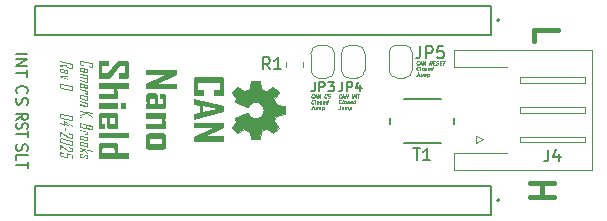
<source format=gbr>
%TF.GenerationSoftware,KiCad,Pcbnew,9.0.1*%
%TF.CreationDate,2025-04-21T23:50:01-04:00*%
%TF.ProjectId,can-nano-shield,63616e2d-6e61-46e6-9f2d-736869656c64,rev?*%
%TF.SameCoordinates,Original*%
%TF.FileFunction,Legend,Top*%
%TF.FilePolarity,Positive*%
%FSLAX46Y46*%
G04 Gerber Fmt 4.6, Leading zero omitted, Abs format (unit mm)*
G04 Created by KiCad (PCBNEW 9.0.1) date 2025-04-21 23:50:01*
%MOMM*%
%LPD*%
G01*
G04 APERTURE LIST*
%ADD10C,0.125000*%
%ADD11C,0.200000*%
%ADD12C,0.075000*%
%ADD13C,0.400000*%
%ADD14C,0.150000*%
%ADD15C,0.036868*%
%ADD16C,0.120000*%
%ADD17C,0.152400*%
G04 APERTURE END LIST*
D10*
G36*
X118254256Y-88526770D02*
G01*
X118222314Y-88514724D01*
X118197103Y-88493492D01*
X118180469Y-88465695D01*
X118175000Y-88434813D01*
X118175000Y-88165474D01*
X118180795Y-88136312D01*
X118197103Y-88116626D01*
X118221475Y-88106515D01*
X118254256Y-88107772D01*
X119166503Y-88297426D01*
X119198488Y-88309336D01*
X119223595Y-88330033D01*
X119240259Y-88357325D01*
X119245760Y-88388102D01*
X119245760Y-88657440D01*
X119239973Y-88686711D01*
X119223595Y-88706900D01*
X119199223Y-88717510D01*
X119166503Y-88716425D01*
X118921406Y-88665439D01*
X118921406Y-88571894D01*
X119159787Y-88621476D01*
X119159787Y-88388956D01*
X118260973Y-88202111D01*
X118260973Y-88434630D01*
X118518893Y-88488241D01*
X118518893Y-88581786D01*
X118254256Y-88526770D01*
G37*
G36*
X118250348Y-88687055D02*
G01*
X118482623Y-88735293D01*
X118518726Y-88747987D01*
X118542486Y-88767017D01*
X118556755Y-88792681D01*
X118561880Y-88827250D01*
X118561880Y-89036322D01*
X118765090Y-89078576D01*
X118765090Y-88887517D01*
X118651762Y-88863948D01*
X118651762Y-88777791D01*
X118761182Y-88800567D01*
X118796752Y-88813086D01*
X118820185Y-88831900D01*
X118834275Y-88857319D01*
X118839340Y-88891608D01*
X118839340Y-89105443D01*
X118833994Y-89138368D01*
X118820246Y-89157189D01*
X118797660Y-89166195D01*
X118761182Y-89164061D01*
X118175000Y-89042184D01*
X118175000Y-88954623D01*
X118194539Y-88958714D01*
X118179640Y-88849965D01*
X118173530Y-88773761D01*
X118253157Y-88773761D01*
X118257065Y-88972941D01*
X118491538Y-89021729D01*
X118491538Y-88823342D01*
X118253157Y-88773761D01*
X118173530Y-88773761D01*
X118171092Y-88743353D01*
X118176401Y-88711656D01*
X118190161Y-88693428D01*
X118213049Y-88684697D01*
X118250348Y-88687055D01*
G37*
G36*
X118175000Y-89852765D02*
G01*
X118175000Y-89763922D01*
X118758557Y-89885249D01*
X118750436Y-89689794D01*
X118175000Y-89570176D01*
X118175000Y-89481943D01*
X118758557Y-89603271D01*
X118750436Y-89407754D01*
X118175000Y-89288137D01*
X118175000Y-89199232D01*
X118839340Y-89337351D01*
X118839340Y-89426256D01*
X118816870Y-89421554D01*
X118833661Y-89529326D01*
X118841126Y-89591867D01*
X118843248Y-89636183D01*
X118839627Y-89661551D01*
X118829903Y-89678843D01*
X118814183Y-89690282D01*
X118832257Y-89805626D01*
X118843248Y-89918161D01*
X118837912Y-89950252D01*
X118824109Y-89968680D01*
X118801218Y-89977505D01*
X118763991Y-89975192D01*
X118175000Y-89852765D01*
G37*
G36*
X118254256Y-90031490D02*
G01*
X118760083Y-90136636D01*
X118796239Y-90149318D01*
X118819995Y-90168262D01*
X118834233Y-90193739D01*
X118839340Y-90227983D01*
X118839340Y-90441818D01*
X118833958Y-90474601D01*
X118820081Y-90493380D01*
X118797183Y-90502367D01*
X118760083Y-90500131D01*
X118523656Y-90450977D01*
X118491538Y-90414279D01*
X118491538Y-90373613D01*
X118565788Y-90373613D01*
X118765090Y-90415012D01*
X118765090Y-90223953D01*
X118565788Y-90182554D01*
X118565788Y-90373613D01*
X118491538Y-90373613D01*
X118491538Y-90167105D01*
X118249249Y-90116730D01*
X118249249Y-90307789D01*
X118374302Y-90333801D01*
X118374302Y-90419958D01*
X118252913Y-90394679D01*
X118217474Y-90382198D01*
X118194113Y-90363413D01*
X118180056Y-90338005D01*
X118175000Y-90303698D01*
X118175000Y-90089864D01*
X118180383Y-90057047D01*
X118194264Y-90038252D01*
X118217163Y-90029256D01*
X118254256Y-90031490D01*
G37*
G36*
X118620498Y-90969504D02*
G01*
X118620498Y-90881943D01*
X118757274Y-90910397D01*
X118751901Y-90745534D01*
X118175000Y-90625610D01*
X118175000Y-90536706D01*
X118839340Y-90674825D01*
X118839340Y-90763730D01*
X118818335Y-90759333D01*
X118834211Y-90851474D01*
X118843248Y-90942271D01*
X118837912Y-90974362D01*
X118824109Y-90992791D01*
X118801218Y-91001615D01*
X118763991Y-90999302D01*
X118620498Y-90969504D01*
G37*
G36*
X118254256Y-91016277D02*
G01*
X118760083Y-91121423D01*
X118796239Y-91134105D01*
X118819995Y-91153049D01*
X118834233Y-91178526D01*
X118839340Y-91212770D01*
X118839340Y-91435947D01*
X118833933Y-91469127D01*
X118820013Y-91488106D01*
X118797111Y-91497186D01*
X118760083Y-91494993D01*
X118254256Y-91389846D01*
X118218159Y-91377150D01*
X118194398Y-91358112D01*
X118180126Y-91332430D01*
X118175425Y-91300698D01*
X118253157Y-91300698D01*
X118761182Y-91406333D01*
X118761182Y-91210572D01*
X118253157Y-91104937D01*
X118253157Y-91300698D01*
X118175425Y-91300698D01*
X118175000Y-91297828D01*
X118175000Y-91074651D01*
X118180383Y-91041834D01*
X118194264Y-91023039D01*
X118217163Y-91014044D01*
X118254256Y-91016277D01*
G37*
G36*
X118175000Y-91903855D02*
G01*
X118175000Y-91814951D01*
X118757274Y-91936034D01*
X118751901Y-91739113D01*
X118175000Y-91619190D01*
X118175000Y-91530286D01*
X118839340Y-91668405D01*
X118839340Y-91757310D01*
X118818335Y-91752913D01*
X118834211Y-91861052D01*
X118843248Y-91968580D01*
X118837888Y-92001033D01*
X118824046Y-92019645D01*
X118801151Y-92028555D01*
X118763991Y-92026282D01*
X118175000Y-91903855D01*
G37*
G36*
X118175000Y-92779466D02*
G01*
X118175000Y-92677189D01*
X118687665Y-92542611D01*
X118175000Y-92435999D01*
X118175000Y-92343065D01*
X119245760Y-92565692D01*
X119245760Y-92658627D01*
X118762831Y-92558182D01*
X119245760Y-92877774D01*
X119245760Y-92978646D01*
X119239654Y-92977364D01*
X118727965Y-92634508D01*
X118175000Y-92779466D01*
G37*
G36*
X118175000Y-92962282D02*
G01*
X118175000Y-92860738D01*
X118296144Y-92885895D01*
X118296144Y-92987439D01*
X118175000Y-92962282D01*
G37*
G36*
X119245760Y-93609098D02*
G01*
X119245760Y-93951221D01*
X119239951Y-93980378D01*
X119223595Y-94000070D01*
X119199275Y-94010179D01*
X119166503Y-94008923D01*
X118816992Y-93936261D01*
X118800004Y-93929159D01*
X118783953Y-93914231D01*
X118768510Y-93888817D01*
X118737735Y-93808888D01*
X118703541Y-93880635D01*
X118691591Y-93898070D01*
X118677069Y-93906019D01*
X118658478Y-93905975D01*
X118254256Y-93821955D01*
X118222260Y-93810048D01*
X118197103Y-93789349D01*
X118180488Y-93762062D01*
X118175000Y-93731280D01*
X118175000Y-93729815D01*
X118260973Y-93729815D01*
X118631734Y-93806873D01*
X118682554Y-93741477D01*
X118776814Y-93741477D01*
X118840500Y-93847601D01*
X119159787Y-93913974D01*
X119159787Y-93684141D01*
X118776814Y-93604518D01*
X118776814Y-93741477D01*
X118682554Y-93741477D01*
X118694748Y-93725785D01*
X118694748Y-93587482D01*
X118260973Y-93497296D01*
X118260973Y-93729815D01*
X118175000Y-93729815D01*
X118175000Y-93386470D01*
X119245760Y-93609098D01*
G37*
G36*
X118620498Y-94402582D02*
G01*
X118620498Y-94315021D01*
X118757274Y-94343475D01*
X118751901Y-94178611D01*
X118175000Y-94058688D01*
X118175000Y-93969783D01*
X118839340Y-94107903D01*
X118839340Y-94196807D01*
X118818335Y-94192411D01*
X118834211Y-94284551D01*
X118843248Y-94375349D01*
X118837912Y-94407440D01*
X118824109Y-94425868D01*
X118801218Y-94434693D01*
X118763991Y-94432379D01*
X118620498Y-94402582D01*
G37*
G36*
X118254256Y-94449354D02*
G01*
X118760083Y-94554501D01*
X118796239Y-94567182D01*
X118819995Y-94586126D01*
X118834233Y-94611604D01*
X118839340Y-94645848D01*
X118839340Y-94869025D01*
X118833933Y-94902205D01*
X118820013Y-94921183D01*
X118797111Y-94930264D01*
X118760083Y-94928070D01*
X118254256Y-94822924D01*
X118218159Y-94810228D01*
X118194398Y-94791189D01*
X118180126Y-94765507D01*
X118175425Y-94733775D01*
X118253157Y-94733775D01*
X118761182Y-94839410D01*
X118761182Y-94643649D01*
X118253157Y-94538014D01*
X118253157Y-94733775D01*
X118175425Y-94733775D01*
X118175000Y-94730905D01*
X118175000Y-94507728D01*
X118180383Y-94474911D01*
X118194264Y-94456116D01*
X118217163Y-94447121D01*
X118254256Y-94449354D01*
G37*
G36*
X118254256Y-94979850D02*
G01*
X118760083Y-95084996D01*
X118796239Y-95097678D01*
X118819995Y-95116622D01*
X118834233Y-95142099D01*
X118839340Y-95176343D01*
X118839340Y-95399520D01*
X118833933Y-95432700D01*
X118820013Y-95451679D01*
X118797111Y-95460759D01*
X118760083Y-95458566D01*
X118254256Y-95353419D01*
X118218159Y-95340723D01*
X118194398Y-95321685D01*
X118180126Y-95296002D01*
X118175425Y-95264270D01*
X118253157Y-95264270D01*
X118761182Y-95369906D01*
X118761182Y-95174145D01*
X118253157Y-95068510D01*
X118253157Y-95264270D01*
X118175425Y-95264270D01*
X118175000Y-95261401D01*
X118175000Y-95038224D01*
X118180383Y-95005407D01*
X118194264Y-94986612D01*
X118217163Y-94977617D01*
X118254256Y-94979850D01*
G37*
G36*
X118175000Y-95858758D02*
G01*
X118175000Y-95761854D01*
X118514924Y-95653410D01*
X118175000Y-95582763D01*
X118175000Y-95493859D01*
X119245760Y-95716486D01*
X119245760Y-95805391D01*
X118566154Y-95664096D01*
X118839340Y-95887945D01*
X118839340Y-95983505D01*
X118836592Y-95982955D01*
X118544295Y-95733034D01*
X118175000Y-95858758D01*
G37*
G36*
X118254256Y-96329475D02*
G01*
X118218154Y-96316780D01*
X118194393Y-96297750D01*
X118180125Y-96272086D01*
X118175000Y-96237517D01*
X118175000Y-96033635D01*
X118180405Y-96000488D01*
X118194321Y-95981526D01*
X118217222Y-95972454D01*
X118254256Y-95974651D01*
X118401657Y-96005303D01*
X118401657Y-96092864D01*
X118253157Y-96061968D01*
X118253157Y-96241669D01*
X118386086Y-96269330D01*
X118580443Y-96077172D01*
X118600160Y-96063002D01*
X118623309Y-96056733D01*
X118651517Y-96058609D01*
X118760083Y-96081202D01*
X118796186Y-96093896D01*
X118819946Y-96112926D01*
X118834215Y-96138590D01*
X118839340Y-96173159D01*
X118839340Y-96374232D01*
X118833933Y-96407412D01*
X118820013Y-96426391D01*
X118797111Y-96435471D01*
X118760083Y-96433278D01*
X118632222Y-96406716D01*
X118632222Y-96320499D01*
X118761182Y-96347304D01*
X118761182Y-96167603D01*
X118644678Y-96143362D01*
X118450322Y-96337474D01*
X118431047Y-96351267D01*
X118407535Y-96357353D01*
X118377904Y-96355181D01*
X118254256Y-96329475D01*
G37*
G36*
X116495000Y-88613050D02*
G01*
X116495000Y-88515475D01*
X117069764Y-88440492D01*
X117088998Y-88457223D01*
X117088998Y-88622881D01*
X117479787Y-88704153D01*
X117479787Y-88465649D01*
X116495000Y-88260913D01*
X116495000Y-88167978D01*
X117565760Y-88390606D01*
X117565760Y-88740789D01*
X117559951Y-88769946D01*
X117543595Y-88789638D01*
X117519275Y-88799747D01*
X117486503Y-88798491D01*
X117086189Y-88715266D01*
X117052048Y-88702039D01*
X117028141Y-88679517D01*
X117012747Y-88645971D01*
X117006933Y-88597174D01*
X117007971Y-88567987D01*
X117009009Y-88540144D01*
X116495000Y-88613050D01*
G37*
G36*
X116574256Y-88770709D02*
G01*
X117080083Y-88875855D01*
X117116239Y-88888537D01*
X117139995Y-88907481D01*
X117154233Y-88932958D01*
X117159340Y-88967202D01*
X117159340Y-89181037D01*
X117153958Y-89213821D01*
X117140081Y-89232599D01*
X117117183Y-89241586D01*
X117080083Y-89239350D01*
X116843656Y-89190196D01*
X116811538Y-89153498D01*
X116811538Y-89112832D01*
X116885788Y-89112832D01*
X117085090Y-89154231D01*
X117085090Y-88963172D01*
X116885788Y-88921773D01*
X116885788Y-89112832D01*
X116811538Y-89112832D01*
X116811538Y-88906325D01*
X116569249Y-88855950D01*
X116569249Y-89047009D01*
X116694302Y-89073020D01*
X116694302Y-89159177D01*
X116572913Y-89133898D01*
X116537474Y-89121417D01*
X116514113Y-89102633D01*
X116500056Y-89077224D01*
X116495000Y-89042917D01*
X116495000Y-88829083D01*
X116500383Y-88796266D01*
X116514264Y-88777471D01*
X116537163Y-88768476D01*
X116574256Y-88770709D01*
G37*
G36*
X117159340Y-89780226D02*
G01*
X116495000Y-89481089D01*
X116495000Y-89400245D01*
X117159340Y-89376675D01*
X117159340Y-89468266D01*
X116635683Y-89470281D01*
X117159340Y-89691382D01*
X117159340Y-89780226D01*
G37*
G36*
X116574256Y-90062204D02*
G01*
X117486503Y-90251858D01*
X117518488Y-90263768D01*
X117543595Y-90284465D01*
X117560259Y-90311757D01*
X117565760Y-90342534D01*
X117565760Y-90619871D01*
X117559973Y-90649142D01*
X117543595Y-90669331D01*
X117519223Y-90679941D01*
X117486503Y-90678856D01*
X116574256Y-90489201D01*
X116542314Y-90477155D01*
X116517103Y-90455923D01*
X116500469Y-90428126D01*
X116495087Y-90397733D01*
X116580973Y-90397733D01*
X117479787Y-90584578D01*
X117479787Y-90343388D01*
X116580973Y-90156543D01*
X116580973Y-90397733D01*
X116495087Y-90397733D01*
X116495000Y-90397244D01*
X116495000Y-90119906D01*
X116500795Y-90090744D01*
X116517103Y-90071058D01*
X116541475Y-90060947D01*
X116574256Y-90062204D01*
G37*
G36*
X116574256Y-92584744D02*
G01*
X117486503Y-92774399D01*
X117518488Y-92786308D01*
X117543595Y-92807005D01*
X117560259Y-92834297D01*
X117565760Y-92865074D01*
X117565760Y-93142412D01*
X117559973Y-93171682D01*
X117543595Y-93191871D01*
X117519223Y-93202482D01*
X117486503Y-93201396D01*
X116574256Y-93011742D01*
X116542314Y-92999695D01*
X116517103Y-92978463D01*
X116500469Y-92950667D01*
X116495087Y-92920273D01*
X116580973Y-92920273D01*
X117479787Y-93107118D01*
X117479787Y-92865929D01*
X116580973Y-92679083D01*
X116580973Y-92920273D01*
X116495087Y-92920273D01*
X116495000Y-92919784D01*
X116495000Y-92642446D01*
X116500795Y-92613284D01*
X116517103Y-92593598D01*
X116541475Y-92583487D01*
X116574256Y-92584744D01*
G37*
G36*
X116772459Y-93641278D02*
G01*
X116772459Y-93561776D01*
X116495000Y-93504074D01*
X116495000Y-93416513D01*
X116772459Y-93474215D01*
X116772459Y-93178865D01*
X116821125Y-93188940D01*
X117565760Y-93597070D01*
X117565760Y-93684631D01*
X117561669Y-93683776D01*
X116854525Y-93296162D01*
X116854525Y-93491251D01*
X117245314Y-93572523D01*
X117245314Y-93660084D01*
X116854525Y-93578812D01*
X116854525Y-93658313D01*
X116772459Y-93641278D01*
G37*
G36*
X116858433Y-94042813D02*
G01*
X116858433Y-93767551D01*
X116944406Y-93785442D01*
X116944406Y-94060704D01*
X116858433Y-94042813D01*
G37*
G36*
X116495000Y-94512553D02*
G01*
X116495000Y-94097584D01*
X116545802Y-94108148D01*
X117225469Y-94569522D01*
X117479787Y-94622401D01*
X117479787Y-94409238D01*
X117241406Y-94359657D01*
X117241406Y-94266112D01*
X117486503Y-94317097D01*
X117518488Y-94329007D01*
X117543595Y-94349704D01*
X117560259Y-94376996D01*
X117565760Y-94407773D01*
X117565760Y-94659648D01*
X117559951Y-94688805D01*
X117543595Y-94708497D01*
X117519275Y-94718606D01*
X117486503Y-94717350D01*
X117263387Y-94670944D01*
X117222083Y-94656865D01*
X117169781Y-94626797D01*
X116580973Y-94227766D01*
X116580973Y-94530444D01*
X116495000Y-94512553D01*
G37*
G36*
X116574256Y-94686209D02*
G01*
X117486503Y-94875864D01*
X117518488Y-94887774D01*
X117543595Y-94908470D01*
X117560259Y-94935762D01*
X117565760Y-94966539D01*
X117565760Y-95243877D01*
X117559973Y-95273148D01*
X117543595Y-95293336D01*
X117519223Y-95303947D01*
X117486503Y-95302862D01*
X116574256Y-95113207D01*
X116542314Y-95101161D01*
X116517103Y-95079929D01*
X116500469Y-95052132D01*
X116495086Y-95021738D01*
X116580973Y-95021738D01*
X117479787Y-95208584D01*
X117479787Y-94967394D01*
X116580973Y-94780548D01*
X116580973Y-95021738D01*
X116495086Y-95021738D01*
X116495000Y-95021250D01*
X116495000Y-94743912D01*
X116500795Y-94714749D01*
X116517103Y-94695063D01*
X116541475Y-94684952D01*
X116574256Y-94686209D01*
G37*
G36*
X116495000Y-95666356D02*
G01*
X116495000Y-95251387D01*
X116545802Y-95261951D01*
X117225469Y-95723326D01*
X117479787Y-95776204D01*
X117479787Y-95563041D01*
X117241406Y-95513460D01*
X117241406Y-95419915D01*
X117486503Y-95470901D01*
X117518488Y-95482810D01*
X117543595Y-95503507D01*
X117560259Y-95530799D01*
X117565760Y-95561576D01*
X117565760Y-95813451D01*
X117559951Y-95842608D01*
X117543595Y-95862300D01*
X117519275Y-95872409D01*
X117486503Y-95871154D01*
X117263387Y-95824748D01*
X117222083Y-95810669D01*
X117169781Y-95780601D01*
X116580973Y-95381569D01*
X116580973Y-95684247D01*
X116495000Y-95666356D01*
G37*
G36*
X116574256Y-96242281D02*
G01*
X116542260Y-96230373D01*
X116517103Y-96209674D01*
X116500489Y-96182438D01*
X116495000Y-96151667D01*
X116495000Y-95894357D01*
X116500808Y-95865263D01*
X116517103Y-95845875D01*
X116541447Y-95836037D01*
X116574256Y-95837387D01*
X116838893Y-95892403D01*
X116838893Y-95985276D01*
X116580973Y-95931665D01*
X116580973Y-96150812D01*
X117081182Y-96254798D01*
X117081182Y-95945403D01*
X117565760Y-96058244D01*
X117565760Y-96440423D01*
X117479787Y-96422532D01*
X117479787Y-96131211D01*
X117167156Y-96054885D01*
X117167156Y-96291435D01*
X117161665Y-96320769D01*
X117146395Y-96340527D01*
X117123517Y-96350949D01*
X117092906Y-96350114D01*
X116574256Y-96242281D01*
G37*
D11*
X112828019Y-90866101D02*
X112780400Y-90818482D01*
X112780400Y-90818482D02*
X112732780Y-90675625D01*
X112732780Y-90675625D02*
X112732780Y-90580387D01*
X112732780Y-90580387D02*
X112780400Y-90437530D01*
X112780400Y-90437530D02*
X112875638Y-90342292D01*
X112875638Y-90342292D02*
X112970876Y-90294673D01*
X112970876Y-90294673D02*
X113161352Y-90247054D01*
X113161352Y-90247054D02*
X113304209Y-90247054D01*
X113304209Y-90247054D02*
X113494685Y-90294673D01*
X113494685Y-90294673D02*
X113589923Y-90342292D01*
X113589923Y-90342292D02*
X113685161Y-90437530D01*
X113685161Y-90437530D02*
X113732780Y-90580387D01*
X113732780Y-90580387D02*
X113732780Y-90675625D01*
X113732780Y-90675625D02*
X113685161Y-90818482D01*
X113685161Y-90818482D02*
X113637542Y-90866101D01*
X112780400Y-91247054D02*
X112732780Y-91389911D01*
X112732780Y-91389911D02*
X112732780Y-91628006D01*
X112732780Y-91628006D02*
X112780400Y-91723244D01*
X112780400Y-91723244D02*
X112828019Y-91770863D01*
X112828019Y-91770863D02*
X112923257Y-91818482D01*
X112923257Y-91818482D02*
X113018495Y-91818482D01*
X113018495Y-91818482D02*
X113113733Y-91770863D01*
X113113733Y-91770863D02*
X113161352Y-91723244D01*
X113161352Y-91723244D02*
X113208971Y-91628006D01*
X113208971Y-91628006D02*
X113256590Y-91437530D01*
X113256590Y-91437530D02*
X113304209Y-91342292D01*
X113304209Y-91342292D02*
X113351828Y-91294673D01*
X113351828Y-91294673D02*
X113447066Y-91247054D01*
X113447066Y-91247054D02*
X113542304Y-91247054D01*
X113542304Y-91247054D02*
X113637542Y-91294673D01*
X113637542Y-91294673D02*
X113685161Y-91342292D01*
X113685161Y-91342292D02*
X113732780Y-91437530D01*
X113732780Y-91437530D02*
X113732780Y-91675625D01*
X113732780Y-91675625D02*
X113685161Y-91818482D01*
D12*
X140243984Y-91214848D02*
X140227913Y-91229134D01*
X140227913Y-91229134D02*
X140183270Y-91243419D01*
X140183270Y-91243419D02*
X140154699Y-91243419D01*
X140154699Y-91243419D02*
X140113627Y-91229134D01*
X140113627Y-91229134D02*
X140088627Y-91200562D01*
X140088627Y-91200562D02*
X140077913Y-91171991D01*
X140077913Y-91171991D02*
X140070770Y-91114848D01*
X140070770Y-91114848D02*
X140076127Y-91071991D01*
X140076127Y-91071991D02*
X140097556Y-91014848D01*
X140097556Y-91014848D02*
X140115413Y-90986276D01*
X140115413Y-90986276D02*
X140147556Y-90957705D01*
X140147556Y-90957705D02*
X140192199Y-90943419D01*
X140192199Y-90943419D02*
X140220770Y-90943419D01*
X140220770Y-90943419D02*
X140261842Y-90957705D01*
X140261842Y-90957705D02*
X140274342Y-90971991D01*
X140365413Y-91157705D02*
X140508270Y-91157705D01*
X140326127Y-91243419D02*
X140463627Y-90943419D01*
X140463627Y-90943419D02*
X140526127Y-91243419D01*
X140626127Y-91243419D02*
X140663627Y-90943419D01*
X140663627Y-90943419D02*
X140797556Y-91243419D01*
X140797556Y-91243419D02*
X140835056Y-90943419D01*
X141168984Y-91243419D02*
X141206484Y-90943419D01*
X141311841Y-91243419D02*
X141349341Y-90943419D01*
X141349341Y-90943419D02*
X141483270Y-91243419D01*
X141483270Y-91243419D02*
X141520770Y-90943419D01*
X141620770Y-90943419D02*
X141792199Y-90943419D01*
X141668985Y-91243419D02*
X141706485Y-90943419D01*
X140243984Y-91697831D02*
X140227913Y-91712117D01*
X140227913Y-91712117D02*
X140183270Y-91726402D01*
X140183270Y-91726402D02*
X140154699Y-91726402D01*
X140154699Y-91726402D02*
X140113627Y-91712117D01*
X140113627Y-91712117D02*
X140088627Y-91683545D01*
X140088627Y-91683545D02*
X140077913Y-91654974D01*
X140077913Y-91654974D02*
X140070770Y-91597831D01*
X140070770Y-91597831D02*
X140076127Y-91554974D01*
X140076127Y-91554974D02*
X140097556Y-91497831D01*
X140097556Y-91497831D02*
X140115413Y-91469259D01*
X140115413Y-91469259D02*
X140147556Y-91440688D01*
X140147556Y-91440688D02*
X140192199Y-91426402D01*
X140192199Y-91426402D02*
X140220770Y-91426402D01*
X140220770Y-91426402D02*
X140261842Y-91440688D01*
X140261842Y-91440688D02*
X140274342Y-91454974D01*
X140411842Y-91726402D02*
X140385056Y-91712117D01*
X140385056Y-91712117D02*
X140374342Y-91683545D01*
X140374342Y-91683545D02*
X140406484Y-91426402D01*
X140568985Y-91726402D02*
X140542199Y-91712117D01*
X140542199Y-91712117D02*
X140529699Y-91697831D01*
X140529699Y-91697831D02*
X140518985Y-91669259D01*
X140518985Y-91669259D02*
X140529699Y-91583545D01*
X140529699Y-91583545D02*
X140547556Y-91554974D01*
X140547556Y-91554974D02*
X140563627Y-91540688D01*
X140563627Y-91540688D02*
X140593985Y-91526402D01*
X140593985Y-91526402D02*
X140636842Y-91526402D01*
X140636842Y-91526402D02*
X140663627Y-91540688D01*
X140663627Y-91540688D02*
X140676127Y-91554974D01*
X140676127Y-91554974D02*
X140686842Y-91583545D01*
X140686842Y-91583545D02*
X140676127Y-91669259D01*
X140676127Y-91669259D02*
X140658270Y-91697831D01*
X140658270Y-91697831D02*
X140642199Y-91712117D01*
X140642199Y-91712117D02*
X140611842Y-91726402D01*
X140611842Y-91726402D02*
X140568985Y-91726402D01*
X140785056Y-91712117D02*
X140811842Y-91726402D01*
X140811842Y-91726402D02*
X140868985Y-91726402D01*
X140868985Y-91726402D02*
X140899342Y-91712117D01*
X140899342Y-91712117D02*
X140917199Y-91683545D01*
X140917199Y-91683545D02*
X140918985Y-91669259D01*
X140918985Y-91669259D02*
X140908271Y-91640688D01*
X140908271Y-91640688D02*
X140881485Y-91626402D01*
X140881485Y-91626402D02*
X140838628Y-91626402D01*
X140838628Y-91626402D02*
X140811842Y-91612117D01*
X140811842Y-91612117D02*
X140801128Y-91583545D01*
X140801128Y-91583545D02*
X140802914Y-91569259D01*
X140802914Y-91569259D02*
X140820771Y-91540688D01*
X140820771Y-91540688D02*
X140851128Y-91526402D01*
X140851128Y-91526402D02*
X140893985Y-91526402D01*
X140893985Y-91526402D02*
X140920771Y-91540688D01*
X141156485Y-91712117D02*
X141126128Y-91726402D01*
X141126128Y-91726402D02*
X141068985Y-91726402D01*
X141068985Y-91726402D02*
X141042199Y-91712117D01*
X141042199Y-91712117D02*
X141031485Y-91683545D01*
X141031485Y-91683545D02*
X141045771Y-91569259D01*
X141045771Y-91569259D02*
X141063628Y-91540688D01*
X141063628Y-91540688D02*
X141093985Y-91526402D01*
X141093985Y-91526402D02*
X141151128Y-91526402D01*
X141151128Y-91526402D02*
X141177913Y-91540688D01*
X141177913Y-91540688D02*
X141188628Y-91569259D01*
X141188628Y-91569259D02*
X141185056Y-91597831D01*
X141185056Y-91597831D02*
X141038628Y-91626402D01*
X141426128Y-91726402D02*
X141463628Y-91426402D01*
X141427914Y-91712117D02*
X141397556Y-91726402D01*
X141397556Y-91726402D02*
X141340414Y-91726402D01*
X141340414Y-91726402D02*
X141313628Y-91712117D01*
X141313628Y-91712117D02*
X141301128Y-91697831D01*
X141301128Y-91697831D02*
X141290414Y-91669259D01*
X141290414Y-91669259D02*
X141301128Y-91583545D01*
X141301128Y-91583545D02*
X141318985Y-91554974D01*
X141318985Y-91554974D02*
X141335056Y-91540688D01*
X141335056Y-91540688D02*
X141365414Y-91526402D01*
X141365414Y-91526402D02*
X141422556Y-91526402D01*
X141422556Y-91526402D02*
X141449342Y-91540688D01*
X140192199Y-91909385D02*
X140165413Y-92123671D01*
X140165413Y-92123671D02*
X140145770Y-92166528D01*
X140145770Y-92166528D02*
X140113627Y-92195100D01*
X140113627Y-92195100D02*
X140068984Y-92209385D01*
X140068984Y-92209385D02*
X140040413Y-92209385D01*
X140451127Y-92009385D02*
X140426127Y-92209385D01*
X140322555Y-92009385D02*
X140302913Y-92166528D01*
X140302913Y-92166528D02*
X140313627Y-92195100D01*
X140313627Y-92195100D02*
X140340413Y-92209385D01*
X140340413Y-92209385D02*
X140383270Y-92209385D01*
X140383270Y-92209385D02*
X140413627Y-92195100D01*
X140413627Y-92195100D02*
X140429698Y-92180814D01*
X140568984Y-92209385D02*
X140593984Y-92009385D01*
X140590413Y-92037957D02*
X140606484Y-92023671D01*
X140606484Y-92023671D02*
X140636842Y-92009385D01*
X140636842Y-92009385D02*
X140679699Y-92009385D01*
X140679699Y-92009385D02*
X140706484Y-92023671D01*
X140706484Y-92023671D02*
X140717199Y-92052242D01*
X140717199Y-92052242D02*
X140697556Y-92209385D01*
X140717199Y-92052242D02*
X140735056Y-92023671D01*
X140735056Y-92023671D02*
X140765413Y-92009385D01*
X140765413Y-92009385D02*
X140808270Y-92009385D01*
X140808270Y-92009385D02*
X140835056Y-92023671D01*
X140835056Y-92023671D02*
X140845770Y-92052242D01*
X140845770Y-92052242D02*
X140826127Y-92209385D01*
X140993984Y-92009385D02*
X140956484Y-92309385D01*
X140992199Y-92023671D02*
X141022556Y-92009385D01*
X141022556Y-92009385D02*
X141079699Y-92009385D01*
X141079699Y-92009385D02*
X141106484Y-92023671D01*
X141106484Y-92023671D02*
X141118984Y-92037957D01*
X141118984Y-92037957D02*
X141129699Y-92066528D01*
X141129699Y-92066528D02*
X141118984Y-92152242D01*
X141118984Y-92152242D02*
X141101127Y-92180814D01*
X141101127Y-92180814D02*
X141085056Y-92195100D01*
X141085056Y-92195100D02*
X141054699Y-92209385D01*
X141054699Y-92209385D02*
X140997556Y-92209385D01*
X140997556Y-92209385D02*
X140970770Y-92195100D01*
D11*
X112707780Y-87519673D02*
X113707780Y-87519673D01*
X112707780Y-87995863D02*
X113707780Y-87995863D01*
X113707780Y-87995863D02*
X112707780Y-88567291D01*
X112707780Y-88567291D02*
X113707780Y-88567291D01*
X113707780Y-88900625D02*
X113707780Y-89472053D01*
X112707780Y-89186339D02*
X113707780Y-89186339D01*
G36*
X128000258Y-91091190D02*
G01*
X127910434Y-91072436D01*
X127850224Y-91021312D01*
X127811812Y-90934983D01*
X127797000Y-90798099D01*
X127797000Y-89798107D01*
X127811628Y-89665776D01*
X127849739Y-89581824D01*
X127909917Y-89531732D01*
X128000258Y-89513259D01*
X130163566Y-89513259D01*
X130253907Y-89531732D01*
X130314086Y-89581824D01*
X130352197Y-89665776D01*
X130366825Y-89798107D01*
X130366825Y-90798099D01*
X130352012Y-90934983D01*
X130313600Y-91021312D01*
X130253390Y-91072436D01*
X130163566Y-91091190D01*
X129522722Y-91091190D01*
X129522722Y-90613634D01*
X130038563Y-90613634D01*
X130038563Y-89992830D01*
X128125262Y-89992830D01*
X128125262Y-90613634D01*
X128659861Y-90613634D01*
X128659861Y-91091190D01*
X128000258Y-91091190D01*
G37*
G36*
X130366825Y-91972296D02*
G01*
X130366825Y-92476413D01*
X127797000Y-93093188D01*
X127797000Y-92617830D01*
X128284704Y-92521476D01*
X128284704Y-92453882D01*
X128612966Y-92453882D01*
X129771263Y-92220142D01*
X128612966Y-91984569D01*
X128612966Y-92453882D01*
X128284704Y-92453882D01*
X128284704Y-91921005D01*
X127797000Y-91824651D01*
X127797000Y-91351309D01*
X127803594Y-91351309D01*
X130366825Y-91972296D01*
G37*
G36*
X127797000Y-94986558D02*
G01*
X127797000Y-94566521D01*
X129414424Y-93798072D01*
X129302074Y-93822113D01*
X129228898Y-93828664D01*
X127797000Y-93828664D01*
X127797000Y-93361549D01*
X130366825Y-93361549D01*
X130366825Y-93781586D01*
X128782226Y-94550035D01*
X128894577Y-94525995D01*
X128967753Y-94519444D01*
X130366825Y-94519444D01*
X130366825Y-94986558D01*
X127797000Y-94986558D01*
G37*
G36*
X123765000Y-90516914D02*
G01*
X123765000Y-90096877D01*
X125382424Y-89328428D01*
X125270074Y-89352468D01*
X125196898Y-89359020D01*
X123765000Y-89359020D01*
X123765000Y-88891905D01*
X126334825Y-88891905D01*
X126334825Y-89311942D01*
X124750226Y-90080391D01*
X124862577Y-90056351D01*
X124935753Y-90049799D01*
X126334825Y-90049799D01*
X126334825Y-90516914D01*
X123765000Y-90516914D01*
G37*
G36*
X124656974Y-90887470D02*
G01*
X124717067Y-90934950D01*
X124754396Y-91012976D01*
X124768545Y-91134054D01*
X124768545Y-91767315D01*
X125143702Y-91767315D01*
X125143702Y-91318519D01*
X124918607Y-91318519D01*
X124918607Y-90894269D01*
X125221810Y-90894269D01*
X125313499Y-90912017D01*
X125373592Y-90959496D01*
X125410921Y-91037523D01*
X125425069Y-91158601D01*
X125425069Y-91951779D01*
X125411023Y-92070562D01*
X125373862Y-92147369D01*
X125313787Y-92194304D01*
X125221810Y-92211898D01*
X123765000Y-92211898D01*
X123765000Y-91763102D01*
X123821273Y-91763102D01*
X123780826Y-91443449D01*
X123770913Y-91318519D01*
X124046367Y-91318519D01*
X124060436Y-91767315D01*
X124515314Y-91767315D01*
X124515314Y-91318519D01*
X124046367Y-91318519D01*
X123770913Y-91318519D01*
X123755621Y-91125811D01*
X123769567Y-91009220D01*
X123806567Y-90933579D01*
X123866623Y-90887168D01*
X123958879Y-90869723D01*
X124565286Y-90869723D01*
X124656974Y-90887470D01*
G37*
G36*
X123765000Y-93929780D02*
G01*
X123765000Y-93458453D01*
X125115565Y-93458453D01*
X125101496Y-93017716D01*
X123765000Y-93017716D01*
X123765000Y-92548404D01*
X125425069Y-92548404D01*
X125425069Y-93017716D01*
X125364106Y-93017716D01*
X125407044Y-93343597D01*
X125428374Y-93536025D01*
X125434448Y-93673508D01*
X125420497Y-93790199D01*
X125383490Y-93865893D01*
X125323433Y-93912328D01*
X125231189Y-93929780D01*
X123765000Y-93929780D01*
G37*
G36*
X125313487Y-94283674D02*
G01*
X125373581Y-94331177D01*
X125410917Y-94409256D01*
X125425069Y-94530434D01*
X125425069Y-95370508D01*
X125411019Y-95489390D01*
X125373850Y-95566250D01*
X125313775Y-95613209D01*
X125221810Y-95630810D01*
X123968258Y-95630810D01*
X123876294Y-95613209D01*
X123816219Y-95566250D01*
X123779050Y-95489390D01*
X123765000Y-95370508D01*
X123765000Y-95171755D01*
X124074504Y-95171755D01*
X125115565Y-95171755D01*
X125115565Y-94727172D01*
X124074504Y-94727172D01*
X124074504Y-95171755D01*
X123765000Y-95171755D01*
X123765000Y-94530434D01*
X123779152Y-94409256D01*
X123816488Y-94331177D01*
X123876582Y-94283674D01*
X123968258Y-94265919D01*
X125221810Y-94265919D01*
X125313487Y-94283674D01*
G37*
G36*
X119936258Y-89646249D02*
G01*
X119846297Y-89627570D01*
X119786096Y-89576720D01*
X119747763Y-89491025D01*
X119733000Y-89355356D01*
X119733000Y-88389986D01*
X119747718Y-88255431D01*
X119785978Y-88170317D01*
X119846171Y-88119719D01*
X119936258Y-88101108D01*
X120577103Y-88101108D01*
X120577103Y-88580679D01*
X120051883Y-88580679D01*
X120051883Y-89166678D01*
X120558345Y-89166678D01*
X121287703Y-88205705D01*
X121345860Y-88147898D01*
X121413344Y-88113167D01*
X121493013Y-88101108D01*
X122099566Y-88101108D01*
X122189653Y-88119719D01*
X122249847Y-88170317D01*
X122288106Y-88255431D01*
X122302825Y-88389986D01*
X122302825Y-89355356D01*
X122288199Y-89491445D01*
X122250329Y-89577109D01*
X122191107Y-89627717D01*
X122102937Y-89646249D01*
X121496237Y-89646249D01*
X121496237Y-89166678D01*
X121983942Y-89166678D01*
X121983942Y-88580679D01*
X121510306Y-88580679D01*
X120784318Y-89541652D01*
X120727036Y-89599071D01*
X120658581Y-89633984D01*
X120575637Y-89646249D01*
X119936258Y-89646249D01*
G37*
G36*
X119733000Y-91382816D02*
G01*
X119733000Y-90911488D01*
X121074186Y-90911488D01*
X121062462Y-90470752D01*
X119733000Y-90470752D01*
X119733000Y-90001439D01*
X122302825Y-90001439D01*
X122302825Y-90470752D01*
X121325072Y-90470752D01*
X121366545Y-90798648D01*
X121387323Y-90995345D01*
X121393069Y-91126544D01*
X121379118Y-91243234D01*
X121342111Y-91318929D01*
X121282054Y-91365363D01*
X121189810Y-91382816D01*
X119733000Y-91382816D01*
G37*
G36*
X121627542Y-92196511D02*
G01*
X121627542Y-91727198D01*
X122012078Y-91727198D01*
X122012078Y-92196511D01*
X121627542Y-92196511D01*
G37*
G36*
X119733000Y-92192481D02*
G01*
X119733000Y-91731411D01*
X121393069Y-91731411D01*
X121393069Y-92192481D01*
X119733000Y-92192481D01*
G37*
G36*
X121281487Y-92557365D02*
G01*
X121341581Y-92604868D01*
X121378917Y-92682948D01*
X121393069Y-92804126D01*
X121393069Y-93613608D01*
X121378921Y-93734686D01*
X121341592Y-93812713D01*
X121281499Y-93860192D01*
X121189810Y-93877940D01*
X120577103Y-93877940D01*
X120473935Y-93748796D01*
X120473935Y-93429144D01*
X120720571Y-93429144D01*
X121121080Y-93429144D01*
X121121080Y-92988407D01*
X120720571Y-92988407D01*
X120720571Y-93429144D01*
X120473935Y-93429144D01*
X120473935Y-92988407D01*
X120004988Y-92988407D01*
X120004988Y-93429144D01*
X120286356Y-93429144D01*
X120286356Y-93877940D01*
X119936258Y-93877940D01*
X119844570Y-93860192D01*
X119784477Y-93812713D01*
X119747148Y-93734686D01*
X119733000Y-93613608D01*
X119733000Y-92804126D01*
X119747152Y-92682948D01*
X119784488Y-92604868D01*
X119844582Y-92557365D01*
X119936258Y-92539611D01*
X121189810Y-92539611D01*
X121281487Y-92557365D01*
G37*
G36*
X119733000Y-94692551D02*
G01*
X119733000Y-94231481D01*
X122302825Y-94231481D01*
X122302825Y-94692551D01*
X119733000Y-94692551D01*
G37*
G36*
X121269701Y-95054564D02*
G01*
X121324582Y-95110998D01*
X121367131Y-95215902D01*
X121392044Y-95364141D01*
X121402448Y-95613590D01*
X121397759Y-95785598D01*
X121393069Y-95945516D01*
X122302825Y-95945516D01*
X122302825Y-96412814D01*
X119733000Y-96412814D01*
X119733000Y-95945516D01*
X119796307Y-95945516D01*
X119755765Y-95648395D01*
X120042504Y-95648395D01*
X120058917Y-95945516D01*
X121083565Y-95945516D01*
X121083565Y-95656638D01*
X121068923Y-95568297D01*
X121029567Y-95519226D01*
X120958561Y-95500933D01*
X120164137Y-95500933D01*
X120094736Y-95518454D01*
X120056590Y-95565109D01*
X120042504Y-95648395D01*
X119755765Y-95648395D01*
X119723621Y-95412823D01*
X119733615Y-95299687D01*
X119761602Y-95209120D01*
X119806712Y-95136035D01*
X119866715Y-95081674D01*
X119940857Y-95047773D01*
X120033125Y-95035651D01*
X121199189Y-95035651D01*
X121269701Y-95054564D01*
G37*
D13*
X156615561Y-86441728D02*
X156615561Y-85489347D01*
X156615561Y-85489347D02*
X158615561Y-85489347D01*
D11*
X112732780Y-93094197D02*
X113208971Y-92827530D01*
X112732780Y-92637054D02*
X113732780Y-92637054D01*
X113732780Y-92637054D02*
X113732780Y-92941816D01*
X113732780Y-92941816D02*
X113685161Y-93018006D01*
X113685161Y-93018006D02*
X113637542Y-93056101D01*
X113637542Y-93056101D02*
X113542304Y-93094197D01*
X113542304Y-93094197D02*
X113399447Y-93094197D01*
X113399447Y-93094197D02*
X113304209Y-93056101D01*
X113304209Y-93056101D02*
X113256590Y-93018006D01*
X113256590Y-93018006D02*
X113208971Y-92941816D01*
X113208971Y-92941816D02*
X113208971Y-92637054D01*
X112780400Y-93398958D02*
X112732780Y-93513244D01*
X112732780Y-93513244D02*
X112732780Y-93703720D01*
X112732780Y-93703720D02*
X112780400Y-93779911D01*
X112780400Y-93779911D02*
X112828019Y-93818006D01*
X112828019Y-93818006D02*
X112923257Y-93856101D01*
X112923257Y-93856101D02*
X113018495Y-93856101D01*
X113018495Y-93856101D02*
X113113733Y-93818006D01*
X113113733Y-93818006D02*
X113161352Y-93779911D01*
X113161352Y-93779911D02*
X113208971Y-93703720D01*
X113208971Y-93703720D02*
X113256590Y-93551339D01*
X113256590Y-93551339D02*
X113304209Y-93475149D01*
X113304209Y-93475149D02*
X113351828Y-93437054D01*
X113351828Y-93437054D02*
X113447066Y-93398958D01*
X113447066Y-93398958D02*
X113542304Y-93398958D01*
X113542304Y-93398958D02*
X113637542Y-93437054D01*
X113637542Y-93437054D02*
X113685161Y-93475149D01*
X113685161Y-93475149D02*
X113732780Y-93551339D01*
X113732780Y-93551339D02*
X113732780Y-93741816D01*
X113732780Y-93741816D02*
X113685161Y-93856101D01*
X113732780Y-94084673D02*
X113732780Y-94541816D01*
X112732780Y-94313244D02*
X113732780Y-94313244D01*
X112780400Y-95203006D02*
X112732780Y-95331578D01*
X112732780Y-95331578D02*
X112732780Y-95545863D01*
X112732780Y-95545863D02*
X112780400Y-95631578D01*
X112780400Y-95631578D02*
X112828019Y-95674435D01*
X112828019Y-95674435D02*
X112923257Y-95717292D01*
X112923257Y-95717292D02*
X113018495Y-95717292D01*
X113018495Y-95717292D02*
X113113733Y-95674435D01*
X113113733Y-95674435D02*
X113161352Y-95631578D01*
X113161352Y-95631578D02*
X113208971Y-95545863D01*
X113208971Y-95545863D02*
X113256590Y-95374435D01*
X113256590Y-95374435D02*
X113304209Y-95288720D01*
X113304209Y-95288720D02*
X113351828Y-95245863D01*
X113351828Y-95245863D02*
X113447066Y-95203006D01*
X113447066Y-95203006D02*
X113542304Y-95203006D01*
X113542304Y-95203006D02*
X113637542Y-95245863D01*
X113637542Y-95245863D02*
X113685161Y-95288720D01*
X113685161Y-95288720D02*
X113732780Y-95374435D01*
X113732780Y-95374435D02*
X113732780Y-95588720D01*
X113732780Y-95588720D02*
X113685161Y-95717292D01*
X112732780Y-96531578D02*
X112732780Y-96103006D01*
X112732780Y-96103006D02*
X113732780Y-96103006D01*
X113732780Y-96703006D02*
X113732780Y-97217292D01*
X112732780Y-96960149D02*
X113732780Y-96960149D01*
D12*
X146813984Y-88404848D02*
X146797913Y-88419134D01*
X146797913Y-88419134D02*
X146753270Y-88433419D01*
X146753270Y-88433419D02*
X146724699Y-88433419D01*
X146724699Y-88433419D02*
X146683627Y-88419134D01*
X146683627Y-88419134D02*
X146658627Y-88390562D01*
X146658627Y-88390562D02*
X146647913Y-88361991D01*
X146647913Y-88361991D02*
X146640770Y-88304848D01*
X146640770Y-88304848D02*
X146646127Y-88261991D01*
X146646127Y-88261991D02*
X146667556Y-88204848D01*
X146667556Y-88204848D02*
X146685413Y-88176276D01*
X146685413Y-88176276D02*
X146717556Y-88147705D01*
X146717556Y-88147705D02*
X146762199Y-88133419D01*
X146762199Y-88133419D02*
X146790770Y-88133419D01*
X146790770Y-88133419D02*
X146831842Y-88147705D01*
X146831842Y-88147705D02*
X146844342Y-88161991D01*
X146935413Y-88347705D02*
X147078270Y-88347705D01*
X146896127Y-88433419D02*
X147033627Y-88133419D01*
X147033627Y-88133419D02*
X147096127Y-88433419D01*
X147196127Y-88433419D02*
X147233627Y-88133419D01*
X147233627Y-88133419D02*
X147367556Y-88433419D01*
X147367556Y-88433419D02*
X147405056Y-88133419D01*
X147910413Y-88433419D02*
X147828270Y-88290562D01*
X147738984Y-88433419D02*
X147776484Y-88133419D01*
X147776484Y-88133419D02*
X147890770Y-88133419D01*
X147890770Y-88133419D02*
X147917556Y-88147705D01*
X147917556Y-88147705D02*
X147930056Y-88161991D01*
X147930056Y-88161991D02*
X147940770Y-88190562D01*
X147940770Y-88190562D02*
X147935413Y-88233419D01*
X147935413Y-88233419D02*
X147917556Y-88261991D01*
X147917556Y-88261991D02*
X147901484Y-88276276D01*
X147901484Y-88276276D02*
X147871127Y-88290562D01*
X147871127Y-88290562D02*
X147756842Y-88290562D01*
X148058627Y-88276276D02*
X148158627Y-88276276D01*
X148181842Y-88433419D02*
X148038984Y-88433419D01*
X148038984Y-88433419D02*
X148076484Y-88133419D01*
X148076484Y-88133419D02*
X148219342Y-88133419D01*
X148297913Y-88419134D02*
X148338985Y-88433419D01*
X148338985Y-88433419D02*
X148410413Y-88433419D01*
X148410413Y-88433419D02*
X148440771Y-88419134D01*
X148440771Y-88419134D02*
X148456842Y-88404848D01*
X148456842Y-88404848D02*
X148474699Y-88376276D01*
X148474699Y-88376276D02*
X148478271Y-88347705D01*
X148478271Y-88347705D02*
X148467556Y-88319134D01*
X148467556Y-88319134D02*
X148455056Y-88304848D01*
X148455056Y-88304848D02*
X148428271Y-88290562D01*
X148428271Y-88290562D02*
X148372913Y-88276276D01*
X148372913Y-88276276D02*
X148346128Y-88261991D01*
X148346128Y-88261991D02*
X148333628Y-88247705D01*
X148333628Y-88247705D02*
X148322913Y-88219134D01*
X148322913Y-88219134D02*
X148326485Y-88190562D01*
X148326485Y-88190562D02*
X148344342Y-88161991D01*
X148344342Y-88161991D02*
X148360413Y-88147705D01*
X148360413Y-88147705D02*
X148390771Y-88133419D01*
X148390771Y-88133419D02*
X148462199Y-88133419D01*
X148462199Y-88133419D02*
X148503271Y-88147705D01*
X148615770Y-88276276D02*
X148715770Y-88276276D01*
X148738985Y-88433419D02*
X148596127Y-88433419D01*
X148596127Y-88433419D02*
X148633627Y-88133419D01*
X148633627Y-88133419D02*
X148776485Y-88133419D01*
X148862199Y-88133419D02*
X149033628Y-88133419D01*
X148910414Y-88433419D02*
X148947914Y-88133419D01*
X146813984Y-88887831D02*
X146797913Y-88902117D01*
X146797913Y-88902117D02*
X146753270Y-88916402D01*
X146753270Y-88916402D02*
X146724699Y-88916402D01*
X146724699Y-88916402D02*
X146683627Y-88902117D01*
X146683627Y-88902117D02*
X146658627Y-88873545D01*
X146658627Y-88873545D02*
X146647913Y-88844974D01*
X146647913Y-88844974D02*
X146640770Y-88787831D01*
X146640770Y-88787831D02*
X146646127Y-88744974D01*
X146646127Y-88744974D02*
X146667556Y-88687831D01*
X146667556Y-88687831D02*
X146685413Y-88659259D01*
X146685413Y-88659259D02*
X146717556Y-88630688D01*
X146717556Y-88630688D02*
X146762199Y-88616402D01*
X146762199Y-88616402D02*
X146790770Y-88616402D01*
X146790770Y-88616402D02*
X146831842Y-88630688D01*
X146831842Y-88630688D02*
X146844342Y-88644974D01*
X146981842Y-88916402D02*
X146955056Y-88902117D01*
X146955056Y-88902117D02*
X146944342Y-88873545D01*
X146944342Y-88873545D02*
X146976484Y-88616402D01*
X147138985Y-88916402D02*
X147112199Y-88902117D01*
X147112199Y-88902117D02*
X147099699Y-88887831D01*
X147099699Y-88887831D02*
X147088985Y-88859259D01*
X147088985Y-88859259D02*
X147099699Y-88773545D01*
X147099699Y-88773545D02*
X147117556Y-88744974D01*
X147117556Y-88744974D02*
X147133627Y-88730688D01*
X147133627Y-88730688D02*
X147163985Y-88716402D01*
X147163985Y-88716402D02*
X147206842Y-88716402D01*
X147206842Y-88716402D02*
X147233627Y-88730688D01*
X147233627Y-88730688D02*
X147246127Y-88744974D01*
X147246127Y-88744974D02*
X147256842Y-88773545D01*
X147256842Y-88773545D02*
X147246127Y-88859259D01*
X147246127Y-88859259D02*
X147228270Y-88887831D01*
X147228270Y-88887831D02*
X147212199Y-88902117D01*
X147212199Y-88902117D02*
X147181842Y-88916402D01*
X147181842Y-88916402D02*
X147138985Y-88916402D01*
X147355056Y-88902117D02*
X147381842Y-88916402D01*
X147381842Y-88916402D02*
X147438985Y-88916402D01*
X147438985Y-88916402D02*
X147469342Y-88902117D01*
X147469342Y-88902117D02*
X147487199Y-88873545D01*
X147487199Y-88873545D02*
X147488985Y-88859259D01*
X147488985Y-88859259D02*
X147478271Y-88830688D01*
X147478271Y-88830688D02*
X147451485Y-88816402D01*
X147451485Y-88816402D02*
X147408628Y-88816402D01*
X147408628Y-88816402D02*
X147381842Y-88802117D01*
X147381842Y-88802117D02*
X147371128Y-88773545D01*
X147371128Y-88773545D02*
X147372914Y-88759259D01*
X147372914Y-88759259D02*
X147390771Y-88730688D01*
X147390771Y-88730688D02*
X147421128Y-88716402D01*
X147421128Y-88716402D02*
X147463985Y-88716402D01*
X147463985Y-88716402D02*
X147490771Y-88730688D01*
X147726485Y-88902117D02*
X147696128Y-88916402D01*
X147696128Y-88916402D02*
X147638985Y-88916402D01*
X147638985Y-88916402D02*
X147612199Y-88902117D01*
X147612199Y-88902117D02*
X147601485Y-88873545D01*
X147601485Y-88873545D02*
X147615771Y-88759259D01*
X147615771Y-88759259D02*
X147633628Y-88730688D01*
X147633628Y-88730688D02*
X147663985Y-88716402D01*
X147663985Y-88716402D02*
X147721128Y-88716402D01*
X147721128Y-88716402D02*
X147747913Y-88730688D01*
X147747913Y-88730688D02*
X147758628Y-88759259D01*
X147758628Y-88759259D02*
X147755056Y-88787831D01*
X147755056Y-88787831D02*
X147608628Y-88816402D01*
X147996128Y-88916402D02*
X148033628Y-88616402D01*
X147997914Y-88902117D02*
X147967556Y-88916402D01*
X147967556Y-88916402D02*
X147910414Y-88916402D01*
X147910414Y-88916402D02*
X147883628Y-88902117D01*
X147883628Y-88902117D02*
X147871128Y-88887831D01*
X147871128Y-88887831D02*
X147860414Y-88859259D01*
X147860414Y-88859259D02*
X147871128Y-88773545D01*
X147871128Y-88773545D02*
X147888985Y-88744974D01*
X147888985Y-88744974D02*
X147905056Y-88730688D01*
X147905056Y-88730688D02*
X147935414Y-88716402D01*
X147935414Y-88716402D02*
X147992556Y-88716402D01*
X147992556Y-88716402D02*
X148019342Y-88730688D01*
X146762199Y-89099385D02*
X146735413Y-89313671D01*
X146735413Y-89313671D02*
X146715770Y-89356528D01*
X146715770Y-89356528D02*
X146683627Y-89385100D01*
X146683627Y-89385100D02*
X146638984Y-89399385D01*
X146638984Y-89399385D02*
X146610413Y-89399385D01*
X147021127Y-89199385D02*
X146996127Y-89399385D01*
X146892555Y-89199385D02*
X146872913Y-89356528D01*
X146872913Y-89356528D02*
X146883627Y-89385100D01*
X146883627Y-89385100D02*
X146910413Y-89399385D01*
X146910413Y-89399385D02*
X146953270Y-89399385D01*
X146953270Y-89399385D02*
X146983627Y-89385100D01*
X146983627Y-89385100D02*
X146999698Y-89370814D01*
X147138984Y-89399385D02*
X147163984Y-89199385D01*
X147160413Y-89227957D02*
X147176484Y-89213671D01*
X147176484Y-89213671D02*
X147206842Y-89199385D01*
X147206842Y-89199385D02*
X147249699Y-89199385D01*
X147249699Y-89199385D02*
X147276484Y-89213671D01*
X147276484Y-89213671D02*
X147287199Y-89242242D01*
X147287199Y-89242242D02*
X147267556Y-89399385D01*
X147287199Y-89242242D02*
X147305056Y-89213671D01*
X147305056Y-89213671D02*
X147335413Y-89199385D01*
X147335413Y-89199385D02*
X147378270Y-89199385D01*
X147378270Y-89199385D02*
X147405056Y-89213671D01*
X147405056Y-89213671D02*
X147415770Y-89242242D01*
X147415770Y-89242242D02*
X147396127Y-89399385D01*
X147563984Y-89199385D02*
X147526484Y-89499385D01*
X147562199Y-89213671D02*
X147592556Y-89199385D01*
X147592556Y-89199385D02*
X147649699Y-89199385D01*
X147649699Y-89199385D02*
X147676484Y-89213671D01*
X147676484Y-89213671D02*
X147688984Y-89227957D01*
X147688984Y-89227957D02*
X147699699Y-89256528D01*
X147699699Y-89256528D02*
X147688984Y-89342242D01*
X147688984Y-89342242D02*
X147671127Y-89370814D01*
X147671127Y-89370814D02*
X147655056Y-89385100D01*
X147655056Y-89385100D02*
X147624699Y-89399385D01*
X147624699Y-89399385D02*
X147567556Y-89399385D01*
X147567556Y-89399385D02*
X147540770Y-89385100D01*
X137913984Y-91224848D02*
X137897913Y-91239134D01*
X137897913Y-91239134D02*
X137853270Y-91253419D01*
X137853270Y-91253419D02*
X137824699Y-91253419D01*
X137824699Y-91253419D02*
X137783627Y-91239134D01*
X137783627Y-91239134D02*
X137758627Y-91210562D01*
X137758627Y-91210562D02*
X137747913Y-91181991D01*
X137747913Y-91181991D02*
X137740770Y-91124848D01*
X137740770Y-91124848D02*
X137746127Y-91081991D01*
X137746127Y-91081991D02*
X137767556Y-91024848D01*
X137767556Y-91024848D02*
X137785413Y-90996276D01*
X137785413Y-90996276D02*
X137817556Y-90967705D01*
X137817556Y-90967705D02*
X137862199Y-90953419D01*
X137862199Y-90953419D02*
X137890770Y-90953419D01*
X137890770Y-90953419D02*
X137931842Y-90967705D01*
X137931842Y-90967705D02*
X137944342Y-90981991D01*
X138035413Y-91167705D02*
X138178270Y-91167705D01*
X137996127Y-91253419D02*
X138133627Y-90953419D01*
X138133627Y-90953419D02*
X138196127Y-91253419D01*
X138296127Y-91253419D02*
X138333627Y-90953419D01*
X138333627Y-90953419D02*
X138467556Y-91253419D01*
X138467556Y-91253419D02*
X138505056Y-90953419D01*
X139013984Y-91224848D02*
X138997913Y-91239134D01*
X138997913Y-91239134D02*
X138953270Y-91253419D01*
X138953270Y-91253419D02*
X138924699Y-91253419D01*
X138924699Y-91253419D02*
X138883627Y-91239134D01*
X138883627Y-91239134D02*
X138858627Y-91210562D01*
X138858627Y-91210562D02*
X138847913Y-91181991D01*
X138847913Y-91181991D02*
X138840770Y-91124848D01*
X138840770Y-91124848D02*
X138846127Y-91081991D01*
X138846127Y-91081991D02*
X138867556Y-91024848D01*
X138867556Y-91024848D02*
X138885413Y-90996276D01*
X138885413Y-90996276D02*
X138917556Y-90967705D01*
X138917556Y-90967705D02*
X138962199Y-90953419D01*
X138962199Y-90953419D02*
X138990770Y-90953419D01*
X138990770Y-90953419D02*
X139031842Y-90967705D01*
X139031842Y-90967705D02*
X139044342Y-90981991D01*
X139126484Y-91239134D02*
X139167556Y-91253419D01*
X139167556Y-91253419D02*
X139238984Y-91253419D01*
X139238984Y-91253419D02*
X139269342Y-91239134D01*
X139269342Y-91239134D02*
X139285413Y-91224848D01*
X139285413Y-91224848D02*
X139303270Y-91196276D01*
X139303270Y-91196276D02*
X139306842Y-91167705D01*
X139306842Y-91167705D02*
X139296127Y-91139134D01*
X139296127Y-91139134D02*
X139283627Y-91124848D01*
X139283627Y-91124848D02*
X139256842Y-91110562D01*
X139256842Y-91110562D02*
X139201484Y-91096276D01*
X139201484Y-91096276D02*
X139174699Y-91081991D01*
X139174699Y-91081991D02*
X139162199Y-91067705D01*
X139162199Y-91067705D02*
X139151484Y-91039134D01*
X139151484Y-91039134D02*
X139155056Y-91010562D01*
X139155056Y-91010562D02*
X139172913Y-90981991D01*
X139172913Y-90981991D02*
X139188984Y-90967705D01*
X139188984Y-90967705D02*
X139219342Y-90953419D01*
X139219342Y-90953419D02*
X139290770Y-90953419D01*
X139290770Y-90953419D02*
X139331842Y-90967705D01*
X137913984Y-91707831D02*
X137897913Y-91722117D01*
X137897913Y-91722117D02*
X137853270Y-91736402D01*
X137853270Y-91736402D02*
X137824699Y-91736402D01*
X137824699Y-91736402D02*
X137783627Y-91722117D01*
X137783627Y-91722117D02*
X137758627Y-91693545D01*
X137758627Y-91693545D02*
X137747913Y-91664974D01*
X137747913Y-91664974D02*
X137740770Y-91607831D01*
X137740770Y-91607831D02*
X137746127Y-91564974D01*
X137746127Y-91564974D02*
X137767556Y-91507831D01*
X137767556Y-91507831D02*
X137785413Y-91479259D01*
X137785413Y-91479259D02*
X137817556Y-91450688D01*
X137817556Y-91450688D02*
X137862199Y-91436402D01*
X137862199Y-91436402D02*
X137890770Y-91436402D01*
X137890770Y-91436402D02*
X137931842Y-91450688D01*
X137931842Y-91450688D02*
X137944342Y-91464974D01*
X138081842Y-91736402D02*
X138055056Y-91722117D01*
X138055056Y-91722117D02*
X138044342Y-91693545D01*
X138044342Y-91693545D02*
X138076484Y-91436402D01*
X138238985Y-91736402D02*
X138212199Y-91722117D01*
X138212199Y-91722117D02*
X138199699Y-91707831D01*
X138199699Y-91707831D02*
X138188985Y-91679259D01*
X138188985Y-91679259D02*
X138199699Y-91593545D01*
X138199699Y-91593545D02*
X138217556Y-91564974D01*
X138217556Y-91564974D02*
X138233627Y-91550688D01*
X138233627Y-91550688D02*
X138263985Y-91536402D01*
X138263985Y-91536402D02*
X138306842Y-91536402D01*
X138306842Y-91536402D02*
X138333627Y-91550688D01*
X138333627Y-91550688D02*
X138346127Y-91564974D01*
X138346127Y-91564974D02*
X138356842Y-91593545D01*
X138356842Y-91593545D02*
X138346127Y-91679259D01*
X138346127Y-91679259D02*
X138328270Y-91707831D01*
X138328270Y-91707831D02*
X138312199Y-91722117D01*
X138312199Y-91722117D02*
X138281842Y-91736402D01*
X138281842Y-91736402D02*
X138238985Y-91736402D01*
X138455056Y-91722117D02*
X138481842Y-91736402D01*
X138481842Y-91736402D02*
X138538985Y-91736402D01*
X138538985Y-91736402D02*
X138569342Y-91722117D01*
X138569342Y-91722117D02*
X138587199Y-91693545D01*
X138587199Y-91693545D02*
X138588985Y-91679259D01*
X138588985Y-91679259D02*
X138578271Y-91650688D01*
X138578271Y-91650688D02*
X138551485Y-91636402D01*
X138551485Y-91636402D02*
X138508628Y-91636402D01*
X138508628Y-91636402D02*
X138481842Y-91622117D01*
X138481842Y-91622117D02*
X138471128Y-91593545D01*
X138471128Y-91593545D02*
X138472914Y-91579259D01*
X138472914Y-91579259D02*
X138490771Y-91550688D01*
X138490771Y-91550688D02*
X138521128Y-91536402D01*
X138521128Y-91536402D02*
X138563985Y-91536402D01*
X138563985Y-91536402D02*
X138590771Y-91550688D01*
X138826485Y-91722117D02*
X138796128Y-91736402D01*
X138796128Y-91736402D02*
X138738985Y-91736402D01*
X138738985Y-91736402D02*
X138712199Y-91722117D01*
X138712199Y-91722117D02*
X138701485Y-91693545D01*
X138701485Y-91693545D02*
X138715771Y-91579259D01*
X138715771Y-91579259D02*
X138733628Y-91550688D01*
X138733628Y-91550688D02*
X138763985Y-91536402D01*
X138763985Y-91536402D02*
X138821128Y-91536402D01*
X138821128Y-91536402D02*
X138847913Y-91550688D01*
X138847913Y-91550688D02*
X138858628Y-91579259D01*
X138858628Y-91579259D02*
X138855056Y-91607831D01*
X138855056Y-91607831D02*
X138708628Y-91636402D01*
X139096128Y-91736402D02*
X139133628Y-91436402D01*
X139097914Y-91722117D02*
X139067556Y-91736402D01*
X139067556Y-91736402D02*
X139010414Y-91736402D01*
X139010414Y-91736402D02*
X138983628Y-91722117D01*
X138983628Y-91722117D02*
X138971128Y-91707831D01*
X138971128Y-91707831D02*
X138960414Y-91679259D01*
X138960414Y-91679259D02*
X138971128Y-91593545D01*
X138971128Y-91593545D02*
X138988985Y-91564974D01*
X138988985Y-91564974D02*
X139005056Y-91550688D01*
X139005056Y-91550688D02*
X139035414Y-91536402D01*
X139035414Y-91536402D02*
X139092556Y-91536402D01*
X139092556Y-91536402D02*
X139119342Y-91550688D01*
X137862199Y-91919385D02*
X137835413Y-92133671D01*
X137835413Y-92133671D02*
X137815770Y-92176528D01*
X137815770Y-92176528D02*
X137783627Y-92205100D01*
X137783627Y-92205100D02*
X137738984Y-92219385D01*
X137738984Y-92219385D02*
X137710413Y-92219385D01*
X138121127Y-92019385D02*
X138096127Y-92219385D01*
X137992555Y-92019385D02*
X137972913Y-92176528D01*
X137972913Y-92176528D02*
X137983627Y-92205100D01*
X137983627Y-92205100D02*
X138010413Y-92219385D01*
X138010413Y-92219385D02*
X138053270Y-92219385D01*
X138053270Y-92219385D02*
X138083627Y-92205100D01*
X138083627Y-92205100D02*
X138099698Y-92190814D01*
X138238984Y-92219385D02*
X138263984Y-92019385D01*
X138260413Y-92047957D02*
X138276484Y-92033671D01*
X138276484Y-92033671D02*
X138306842Y-92019385D01*
X138306842Y-92019385D02*
X138349699Y-92019385D01*
X138349699Y-92019385D02*
X138376484Y-92033671D01*
X138376484Y-92033671D02*
X138387199Y-92062242D01*
X138387199Y-92062242D02*
X138367556Y-92219385D01*
X138387199Y-92062242D02*
X138405056Y-92033671D01*
X138405056Y-92033671D02*
X138435413Y-92019385D01*
X138435413Y-92019385D02*
X138478270Y-92019385D01*
X138478270Y-92019385D02*
X138505056Y-92033671D01*
X138505056Y-92033671D02*
X138515770Y-92062242D01*
X138515770Y-92062242D02*
X138496127Y-92219385D01*
X138663984Y-92019385D02*
X138626484Y-92319385D01*
X138662199Y-92033671D02*
X138692556Y-92019385D01*
X138692556Y-92019385D02*
X138749699Y-92019385D01*
X138749699Y-92019385D02*
X138776484Y-92033671D01*
X138776484Y-92033671D02*
X138788984Y-92047957D01*
X138788984Y-92047957D02*
X138799699Y-92076528D01*
X138799699Y-92076528D02*
X138788984Y-92162242D01*
X138788984Y-92162242D02*
X138771127Y-92190814D01*
X138771127Y-92190814D02*
X138755056Y-92205100D01*
X138755056Y-92205100D02*
X138724699Y-92219385D01*
X138724699Y-92219385D02*
X138667556Y-92219385D01*
X138667556Y-92219385D02*
X138640770Y-92205100D01*
D13*
X156265561Y-98489347D02*
X158265561Y-98489347D01*
X157313180Y-98489347D02*
X157313180Y-99632204D01*
X156265561Y-99632204D02*
X158265561Y-99632204D01*
D14*
X138053333Y-89912295D02*
X138053333Y-90483723D01*
X138053333Y-90483723D02*
X138015238Y-90598009D01*
X138015238Y-90598009D02*
X137939047Y-90674200D01*
X137939047Y-90674200D02*
X137824762Y-90712295D01*
X137824762Y-90712295D02*
X137748571Y-90712295D01*
X138434286Y-90712295D02*
X138434286Y-89912295D01*
X138434286Y-89912295D02*
X138739048Y-89912295D01*
X138739048Y-89912295D02*
X138815238Y-89950390D01*
X138815238Y-89950390D02*
X138853333Y-89988485D01*
X138853333Y-89988485D02*
X138891429Y-90064676D01*
X138891429Y-90064676D02*
X138891429Y-90178961D01*
X138891429Y-90178961D02*
X138853333Y-90255152D01*
X138853333Y-90255152D02*
X138815238Y-90293247D01*
X138815238Y-90293247D02*
X138739048Y-90331342D01*
X138739048Y-90331342D02*
X138434286Y-90331342D01*
X139158095Y-89912295D02*
X139653333Y-89912295D01*
X139653333Y-89912295D02*
X139386667Y-90217057D01*
X139386667Y-90217057D02*
X139500952Y-90217057D01*
X139500952Y-90217057D02*
X139577143Y-90255152D01*
X139577143Y-90255152D02*
X139615238Y-90293247D01*
X139615238Y-90293247D02*
X139653333Y-90369438D01*
X139653333Y-90369438D02*
X139653333Y-90559914D01*
X139653333Y-90559914D02*
X139615238Y-90636104D01*
X139615238Y-90636104D02*
X139577143Y-90674200D01*
X139577143Y-90674200D02*
X139500952Y-90712295D01*
X139500952Y-90712295D02*
X139272381Y-90712295D01*
X139272381Y-90712295D02*
X139196190Y-90674200D01*
X139196190Y-90674200D02*
X139158095Y-90636104D01*
X140375202Y-89912295D02*
X140375202Y-90483723D01*
X140375202Y-90483723D02*
X140337107Y-90598009D01*
X140337107Y-90598009D02*
X140260916Y-90674200D01*
X140260916Y-90674200D02*
X140146631Y-90712295D01*
X140146631Y-90712295D02*
X140070440Y-90712295D01*
X140756155Y-90712295D02*
X140756155Y-89912295D01*
X140756155Y-89912295D02*
X141060917Y-89912295D01*
X141060917Y-89912295D02*
X141137107Y-89950390D01*
X141137107Y-89950390D02*
X141175202Y-89988485D01*
X141175202Y-89988485D02*
X141213298Y-90064676D01*
X141213298Y-90064676D02*
X141213298Y-90178961D01*
X141213298Y-90178961D02*
X141175202Y-90255152D01*
X141175202Y-90255152D02*
X141137107Y-90293247D01*
X141137107Y-90293247D02*
X141060917Y-90331342D01*
X141060917Y-90331342D02*
X140756155Y-90331342D01*
X141899012Y-90178961D02*
X141899012Y-90712295D01*
X141708536Y-89874200D02*
X141518059Y-90445628D01*
X141518059Y-90445628D02*
X142013298Y-90445628D01*
X157806666Y-95634819D02*
X157806666Y-96349104D01*
X157806666Y-96349104D02*
X157759047Y-96491961D01*
X157759047Y-96491961D02*
X157663809Y-96587200D01*
X157663809Y-96587200D02*
X157520952Y-96634819D01*
X157520952Y-96634819D02*
X157425714Y-96634819D01*
X158711428Y-95968152D02*
X158711428Y-96634819D01*
X158473333Y-95587200D02*
X158235238Y-96301485D01*
X158235238Y-96301485D02*
X158854285Y-96301485D01*
X134223333Y-88834819D02*
X133890000Y-88358628D01*
X133651905Y-88834819D02*
X133651905Y-87834819D01*
X133651905Y-87834819D02*
X134032857Y-87834819D01*
X134032857Y-87834819D02*
X134128095Y-87882438D01*
X134128095Y-87882438D02*
X134175714Y-87930057D01*
X134175714Y-87930057D02*
X134223333Y-88025295D01*
X134223333Y-88025295D02*
X134223333Y-88168152D01*
X134223333Y-88168152D02*
X134175714Y-88263390D01*
X134175714Y-88263390D02*
X134128095Y-88311009D01*
X134128095Y-88311009D02*
X134032857Y-88358628D01*
X134032857Y-88358628D02*
X133651905Y-88358628D01*
X135175714Y-88834819D02*
X134604286Y-88834819D01*
X134890000Y-88834819D02*
X134890000Y-87834819D01*
X134890000Y-87834819D02*
X134794762Y-87977676D01*
X134794762Y-87977676D02*
X134699524Y-88072914D01*
X134699524Y-88072914D02*
X134604286Y-88120533D01*
X146976666Y-86894819D02*
X146976666Y-87609104D01*
X146976666Y-87609104D02*
X146929047Y-87751961D01*
X146929047Y-87751961D02*
X146833809Y-87847200D01*
X146833809Y-87847200D02*
X146690952Y-87894819D01*
X146690952Y-87894819D02*
X146595714Y-87894819D01*
X147452857Y-87894819D02*
X147452857Y-86894819D01*
X147452857Y-86894819D02*
X147833809Y-86894819D01*
X147833809Y-86894819D02*
X147929047Y-86942438D01*
X147929047Y-86942438D02*
X147976666Y-86990057D01*
X147976666Y-86990057D02*
X148024285Y-87085295D01*
X148024285Y-87085295D02*
X148024285Y-87228152D01*
X148024285Y-87228152D02*
X147976666Y-87323390D01*
X147976666Y-87323390D02*
X147929047Y-87371009D01*
X147929047Y-87371009D02*
X147833809Y-87418628D01*
X147833809Y-87418628D02*
X147452857Y-87418628D01*
X148929047Y-86894819D02*
X148452857Y-86894819D01*
X148452857Y-86894819D02*
X148405238Y-87371009D01*
X148405238Y-87371009D02*
X148452857Y-87323390D01*
X148452857Y-87323390D02*
X148548095Y-87275771D01*
X148548095Y-87275771D02*
X148786190Y-87275771D01*
X148786190Y-87275771D02*
X148881428Y-87323390D01*
X148881428Y-87323390D02*
X148929047Y-87371009D01*
X148929047Y-87371009D02*
X148976666Y-87466247D01*
X148976666Y-87466247D02*
X148976666Y-87704342D01*
X148976666Y-87704342D02*
X148929047Y-87799580D01*
X148929047Y-87799580D02*
X148881428Y-87847200D01*
X148881428Y-87847200D02*
X148786190Y-87894819D01*
X148786190Y-87894819D02*
X148548095Y-87894819D01*
X148548095Y-87894819D02*
X148452857Y-87847200D01*
X148452857Y-87847200D02*
X148405238Y-87799580D01*
X146368595Y-95514819D02*
X146940023Y-95514819D01*
X146654309Y-96514819D02*
X146654309Y-95514819D01*
X147797166Y-96514819D02*
X147225738Y-96514819D01*
X147511452Y-96514819D02*
X147511452Y-95514819D01*
X147511452Y-95514819D02*
X147416214Y-95657676D01*
X147416214Y-95657676D02*
X147320976Y-95752914D01*
X147320976Y-95752914D02*
X147225738Y-95800533D01*
D15*
%TO.C,Ref\u002A\u002A*%
X133324542Y-89824051D02*
X133325945Y-89824155D01*
X133327341Y-89824326D01*
X133328728Y-89824563D01*
X133330104Y-89824864D01*
X133331466Y-89825226D01*
X133332814Y-89825649D01*
X133334143Y-89826131D01*
X133335454Y-89826670D01*
X133336742Y-89827265D01*
X133338008Y-89827912D01*
X133339247Y-89828612D01*
X133340459Y-89829362D01*
X133341642Y-89830161D01*
X133342792Y-89831006D01*
X133343909Y-89831897D01*
X133344990Y-89832831D01*
X133346033Y-89833806D01*
X133347036Y-89834822D01*
X133347997Y-89835876D01*
X133348914Y-89836966D01*
X133349784Y-89838092D01*
X133350607Y-89839251D01*
X133351379Y-89840441D01*
X133352099Y-89841661D01*
X133352765Y-89842909D01*
X133353375Y-89844184D01*
X133353926Y-89845483D01*
X133354416Y-89846805D01*
X133354844Y-89848149D01*
X133355207Y-89849512D01*
X133355504Y-89850893D01*
X133468210Y-90456931D01*
X133468501Y-90458324D01*
X133468856Y-90459722D01*
X133469746Y-90462525D01*
X133470865Y-90465322D01*
X133472197Y-90468094D01*
X133473726Y-90470824D01*
X133475437Y-90473492D01*
X133477313Y-90476081D01*
X133479340Y-90478573D01*
X133481500Y-90480949D01*
X133483780Y-90483191D01*
X133486162Y-90485280D01*
X133488632Y-90487199D01*
X133491173Y-90488929D01*
X133493770Y-90490452D01*
X133496407Y-90491750D01*
X133497736Y-90492309D01*
X133499069Y-90492804D01*
X133932490Y-90678619D01*
X133935085Y-90679816D01*
X133937835Y-90680822D01*
X133940716Y-90681638D01*
X133943705Y-90682265D01*
X133946778Y-90682707D01*
X133949912Y-90682964D01*
X133953082Y-90683037D01*
X133956265Y-90682929D01*
X133959437Y-90682640D01*
X133962575Y-90682173D01*
X133965654Y-90681529D01*
X133968652Y-90680709D01*
X133971544Y-90679716D01*
X133974307Y-90678550D01*
X133976916Y-90677213D01*
X133979349Y-90675707D01*
X134494028Y-90322547D01*
X134495207Y-90321779D01*
X134496422Y-90321070D01*
X134497670Y-90320422D01*
X134498947Y-90319832D01*
X134500251Y-90319302D01*
X134501580Y-90318831D01*
X134502930Y-90318419D01*
X134504300Y-90318065D01*
X134505685Y-90317770D01*
X134507085Y-90317532D01*
X134509914Y-90317229D01*
X134512766Y-90317155D01*
X134515619Y-90317306D01*
X134518451Y-90317683D01*
X134521242Y-90318281D01*
X134523970Y-90319099D01*
X134525303Y-90319590D01*
X134526613Y-90320135D01*
X134527896Y-90320735D01*
X134529150Y-90321387D01*
X134530372Y-90322094D01*
X134531559Y-90322853D01*
X134532709Y-90323665D01*
X134533820Y-90324530D01*
X134534887Y-90325448D01*
X134535910Y-90326417D01*
X134976963Y-90767508D01*
X134977935Y-90768527D01*
X134978856Y-90769591D01*
X134979723Y-90770699D01*
X134980538Y-90771846D01*
X134981299Y-90773031D01*
X134982006Y-90774251D01*
X134983260Y-90776784D01*
X134984297Y-90779424D01*
X134985116Y-90782149D01*
X134985713Y-90784939D01*
X134986088Y-90787771D01*
X134986238Y-90790624D01*
X134986161Y-90793477D01*
X134985856Y-90796309D01*
X134985321Y-90799097D01*
X134984553Y-90801820D01*
X134984081Y-90803151D01*
X134983550Y-90804458D01*
X134982961Y-90805738D01*
X134982311Y-90806988D01*
X134981603Y-90808206D01*
X134980834Y-90809389D01*
X134621444Y-91333064D01*
X134619929Y-91335480D01*
X134618580Y-91338080D01*
X134617399Y-91340839D01*
X134616387Y-91343734D01*
X134615546Y-91346739D01*
X134614877Y-91349831D01*
X134614383Y-91352985D01*
X134614064Y-91356176D01*
X134613924Y-91359381D01*
X134613962Y-91362575D01*
X134614181Y-91365734D01*
X134614583Y-91368833D01*
X134615170Y-91371848D01*
X134615942Y-91374754D01*
X134616902Y-91377528D01*
X134618051Y-91380145D01*
X134790040Y-91800331D01*
X134791054Y-91803005D01*
X134792313Y-91805654D01*
X134793799Y-91808261D01*
X134795494Y-91810811D01*
X134797380Y-91813288D01*
X134799438Y-91815677D01*
X134801651Y-91817963D01*
X134804000Y-91820129D01*
X134806467Y-91822161D01*
X134809033Y-91824042D01*
X134811681Y-91825757D01*
X134814392Y-91827291D01*
X134817149Y-91828628D01*
X134819933Y-91829752D01*
X134822725Y-91830648D01*
X134825508Y-91831301D01*
X135452376Y-91947951D01*
X135453754Y-91948242D01*
X135455114Y-91948599D01*
X135456455Y-91949021D01*
X135457776Y-91949507D01*
X135459073Y-91950054D01*
X135460346Y-91950659D01*
X135461593Y-91951321D01*
X135462813Y-91952039D01*
X135464002Y-91952808D01*
X135465161Y-91953629D01*
X135467377Y-91955413D01*
X135469448Y-91957374D01*
X135471359Y-91959496D01*
X135473096Y-91961761D01*
X135474647Y-91964154D01*
X135475997Y-91966658D01*
X135476592Y-91967946D01*
X135477132Y-91969255D01*
X135477615Y-91970583D01*
X135478040Y-91971929D01*
X135478403Y-91973290D01*
X135478704Y-91974664D01*
X135478942Y-91976049D01*
X135479114Y-91977442D01*
X135479218Y-91978843D01*
X135479253Y-91980248D01*
X135479253Y-92604057D01*
X135479218Y-92605465D01*
X135479114Y-92606869D01*
X135478942Y-92608265D01*
X135478704Y-92609653D01*
X135478403Y-92611029D01*
X135478040Y-92612393D01*
X135477615Y-92613741D01*
X135477132Y-92615071D01*
X135476592Y-92616382D01*
X135475997Y-92617672D01*
X135475348Y-92618938D01*
X135474647Y-92620178D01*
X135473896Y-92621391D01*
X135473096Y-92622574D01*
X135472250Y-92623724D01*
X135471359Y-92624841D01*
X135470424Y-92625922D01*
X135469448Y-92626965D01*
X135468431Y-92627967D01*
X135467377Y-92628927D01*
X135466286Y-92629843D01*
X135465161Y-92630712D01*
X135464002Y-92631533D01*
X135462813Y-92632303D01*
X135461593Y-92633020D01*
X135460346Y-92633683D01*
X135459073Y-92634288D01*
X135457776Y-92634835D01*
X135456455Y-92635321D01*
X135455114Y-92635743D01*
X135453754Y-92636101D01*
X135452376Y-92636391D01*
X134825507Y-92753079D01*
X134824118Y-92753374D01*
X134822724Y-92753732D01*
X134819932Y-92754629D01*
X134817148Y-92755755D01*
X134814392Y-92757093D01*
X134811680Y-92758629D01*
X134809032Y-92760347D01*
X134806466Y-92762230D01*
X134803999Y-92764264D01*
X134801650Y-92766431D01*
X134799438Y-92768718D01*
X134797379Y-92771107D01*
X134795493Y-92773584D01*
X134793798Y-92776132D01*
X134792312Y-92778736D01*
X134791653Y-92780054D01*
X134791053Y-92781380D01*
X134790515Y-92782712D01*
X134790040Y-92784048D01*
X134618050Y-93204197D01*
X134616901Y-93206807D01*
X134615941Y-93209576D01*
X134615169Y-93212478D01*
X134614583Y-93215489D01*
X134614181Y-93218585D01*
X134613962Y-93221741D01*
X134613923Y-93224934D01*
X134614064Y-93228139D01*
X134614382Y-93231331D01*
X134614877Y-93234486D01*
X134615545Y-93237580D01*
X134616386Y-93240588D01*
X134617398Y-93243486D01*
X134618579Y-93246250D01*
X134619928Y-93248856D01*
X134621443Y-93251278D01*
X134980834Y-93774990D01*
X134981602Y-93776170D01*
X134982311Y-93777385D01*
X134982960Y-93778631D01*
X134983549Y-93779908D01*
X134984080Y-93781211D01*
X134984552Y-93782539D01*
X134984965Y-93783888D01*
X134985320Y-93785256D01*
X134985617Y-93786640D01*
X134985855Y-93788038D01*
X134986161Y-93790864D01*
X134986237Y-93793713D01*
X134986087Y-93796562D01*
X134985712Y-93799391D01*
X134985115Y-93802179D01*
X134984297Y-93804903D01*
X134983806Y-93806235D01*
X134983260Y-93807543D01*
X134982660Y-93808825D01*
X134982006Y-93810078D01*
X134981298Y-93811299D01*
X134980537Y-93812486D01*
X134979723Y-93813635D01*
X134978855Y-93814745D01*
X134977935Y-93815812D01*
X134976962Y-93816835D01*
X134535909Y-94257888D01*
X134534887Y-94258860D01*
X134533819Y-94259779D01*
X134532709Y-94260646D01*
X134531559Y-94261459D01*
X134530371Y-94262218D01*
X134529149Y-94262924D01*
X134526612Y-94264173D01*
X134523969Y-94265206D01*
X134521242Y-94266019D01*
X134518451Y-94266612D01*
X134515618Y-94266983D01*
X134512765Y-94267130D01*
X134509914Y-94267052D01*
X134507084Y-94266746D01*
X134504299Y-94266212D01*
X134501579Y-94265448D01*
X134500251Y-94264979D01*
X134498946Y-94264452D01*
X134497669Y-94263866D01*
X134496422Y-94263222D01*
X134495207Y-94262520D01*
X134494027Y-94261758D01*
X133979348Y-93908635D01*
X133976916Y-93907116D01*
X133974306Y-93905767D01*
X133971544Y-93904591D01*
X133968652Y-93903589D01*
X133965654Y-93902762D01*
X133962575Y-93902113D01*
X133959437Y-93901642D01*
X133956265Y-93901351D01*
X133953081Y-93901242D01*
X133949911Y-93901315D01*
X133946778Y-93901573D01*
X133943705Y-93902017D01*
X133940715Y-93902649D01*
X133937834Y-93903470D01*
X133935084Y-93904481D01*
X133932489Y-93905683D01*
X133499068Y-94091462D01*
X133496406Y-94092523D01*
X133493769Y-94093827D01*
X133491172Y-94095357D01*
X133488631Y-94097093D01*
X133486161Y-94099017D01*
X133483779Y-94101111D01*
X133481499Y-94103356D01*
X133479339Y-94105734D01*
X133477312Y-94108227D01*
X133475436Y-94110815D01*
X133473725Y-94113482D01*
X133472196Y-94116207D01*
X133470864Y-94118974D01*
X133469745Y-94121763D01*
X133468855Y-94124555D01*
X133468209Y-94127334D01*
X133355503Y-94733410D01*
X133355503Y-94733409D01*
X133355206Y-94734783D01*
X133354843Y-94736141D01*
X133354415Y-94737479D01*
X133353925Y-94738796D01*
X133353373Y-94740091D01*
X133352764Y-94741362D01*
X133352098Y-94742606D01*
X133351378Y-94743824D01*
X133349782Y-94746168D01*
X133347994Y-94748380D01*
X133346029Y-94750447D01*
X133343903Y-94752355D01*
X133341634Y-94754089D01*
X133339237Y-94755636D01*
X133336729Y-94756982D01*
X133335439Y-94757576D01*
X133334127Y-94758114D01*
X133332795Y-94758594D01*
X133331446Y-94759016D01*
X133330081Y-94759377D01*
X133328703Y-94759676D01*
X133327313Y-94759911D01*
X133325914Y-94760080D01*
X133324507Y-94760181D01*
X133323096Y-94760213D01*
X132699324Y-94760139D01*
X132697915Y-94760103D01*
X132696511Y-94759999D01*
X132695113Y-94759827D01*
X132693725Y-94759589D01*
X132692346Y-94759287D01*
X132690981Y-94758922D01*
X132689631Y-94758497D01*
X132688298Y-94758013D01*
X132686985Y-94757472D01*
X132685693Y-94756876D01*
X132684424Y-94756225D01*
X132683181Y-94755523D01*
X132681965Y-94754771D01*
X132680780Y-94753970D01*
X132679626Y-94753123D01*
X132678507Y-94752231D01*
X132677424Y-94751295D01*
X132676379Y-94750318D01*
X132675374Y-94749302D01*
X132674412Y-94748247D01*
X132673494Y-94747156D01*
X132672624Y-94746031D01*
X132671802Y-94744873D01*
X132671031Y-94743683D01*
X132670313Y-94742465D01*
X132669651Y-94741219D01*
X132669046Y-94739947D01*
X132668500Y-94738651D01*
X132668016Y-94737333D01*
X132667595Y-94735995D01*
X132667240Y-94734637D01*
X132666953Y-94733262D01*
X132556939Y-94142082D01*
X132556654Y-94140691D01*
X132556304Y-94139296D01*
X132555892Y-94137900D01*
X132555419Y-94136506D01*
X132554300Y-94133731D01*
X132552964Y-94130988D01*
X132551427Y-94128295D01*
X132549704Y-94125670D01*
X132547812Y-94123130D01*
X132545768Y-94120692D01*
X132543587Y-94118376D01*
X132541286Y-94116197D01*
X132538881Y-94114175D01*
X132536387Y-94112326D01*
X132533823Y-94110668D01*
X132531202Y-94109220D01*
X132528542Y-94107998D01*
X132527203Y-94107477D01*
X132525860Y-94107020D01*
X132064824Y-93922459D01*
X132062201Y-93921317D01*
X132059424Y-93920365D01*
X132056516Y-93919601D01*
X132053501Y-93919023D01*
X132050404Y-93918630D01*
X132047248Y-93918419D01*
X132044057Y-93918388D01*
X132040855Y-93918536D01*
X132037667Y-93918861D01*
X132034516Y-93919361D01*
X132031427Y-93920033D01*
X132028423Y-93920877D01*
X132025529Y-93921890D01*
X132022768Y-93923070D01*
X132020165Y-93924416D01*
X132017744Y-93925925D01*
X131528393Y-94261756D01*
X131527213Y-94262524D01*
X131525998Y-94263233D01*
X131524750Y-94263882D01*
X131523472Y-94264472D01*
X131522167Y-94265003D01*
X131520837Y-94265475D01*
X131519486Y-94265888D01*
X131518115Y-94266243D01*
X131516728Y-94266540D01*
X131515327Y-94266779D01*
X131512495Y-94267084D01*
X131509640Y-94267161D01*
X131506784Y-94267011D01*
X131503948Y-94266636D01*
X131501154Y-94266039D01*
X131498423Y-94265220D01*
X131497088Y-94264729D01*
X131495777Y-94264183D01*
X131494493Y-94263583D01*
X131493238Y-94262929D01*
X131492015Y-94262222D01*
X131490826Y-94261460D01*
X131489675Y-94260646D01*
X131488565Y-94259778D01*
X131487497Y-94258858D01*
X131486474Y-94257885D01*
X131045421Y-93816758D01*
X131044454Y-93815742D01*
X131043540Y-93814680D01*
X131042679Y-93813575D01*
X131041870Y-93812430D01*
X131041113Y-93811247D01*
X131040410Y-93810029D01*
X131039164Y-93807498D01*
X131038133Y-93804859D01*
X131037320Y-93802135D01*
X131036725Y-93799345D01*
X131036352Y-93796513D01*
X131036201Y-93793660D01*
X131036275Y-93790807D01*
X131036576Y-93787977D01*
X131037106Y-93785190D01*
X131037867Y-93782468D01*
X131038334Y-93781139D01*
X131038860Y-93779834D01*
X131039444Y-93778556D01*
X131040087Y-93777308D01*
X131040789Y-93776093D01*
X131041551Y-93774913D01*
X131371484Y-93294190D01*
X131372989Y-93291773D01*
X131374308Y-93289185D01*
X131375442Y-93286449D01*
X131376390Y-93283588D01*
X131377151Y-93280626D01*
X131377724Y-93277586D01*
X131378111Y-93274493D01*
X131378309Y-93271369D01*
X131378319Y-93268238D01*
X131378140Y-93265123D01*
X131377771Y-93262049D01*
X131377213Y-93259039D01*
X131376465Y-93256115D01*
X131375525Y-93253303D01*
X131374395Y-93250625D01*
X131373073Y-93248105D01*
X131259888Y-93036113D01*
X131259285Y-93034846D01*
X131258755Y-93033568D01*
X131258297Y-93032281D01*
X131257911Y-93030989D01*
X131257595Y-93029692D01*
X131257348Y-93028394D01*
X131257170Y-93027096D01*
X131257061Y-93025801D01*
X131257018Y-93024511D01*
X131257042Y-93023228D01*
X131257131Y-93021955D01*
X131257285Y-93020693D01*
X131257503Y-93019444D01*
X131257784Y-93018212D01*
X131258128Y-93016998D01*
X131258533Y-93015804D01*
X131258999Y-93014632D01*
X131259524Y-93013486D01*
X131260109Y-93012366D01*
X131260752Y-93011276D01*
X131261452Y-93010217D01*
X131262209Y-93009192D01*
X131263022Y-93008202D01*
X131263890Y-93007251D01*
X131264813Y-93006340D01*
X131265788Y-93005471D01*
X131266816Y-93004647D01*
X131267896Y-93003870D01*
X131269027Y-93003141D01*
X131270209Y-93002464D01*
X131271439Y-93001841D01*
X131272718Y-93001273D01*
X132328916Y-92564202D01*
X132330230Y-92563696D01*
X132331564Y-92563258D01*
X132332915Y-92562885D01*
X132334281Y-92562578D01*
X132335660Y-92562336D01*
X132337049Y-92562157D01*
X132338445Y-92562040D01*
X132339846Y-92561986D01*
X132341249Y-92561992D01*
X132342652Y-92562059D01*
X132344052Y-92562185D01*
X132345448Y-92562370D01*
X132346835Y-92562612D01*
X132348213Y-92562911D01*
X132349577Y-92563266D01*
X132350927Y-92563676D01*
X132352259Y-92564140D01*
X132353570Y-92564658D01*
X132354859Y-92565228D01*
X132356123Y-92565849D01*
X132357359Y-92566522D01*
X132358564Y-92567245D01*
X132359737Y-92568016D01*
X132360874Y-92568836D01*
X132361974Y-92569703D01*
X132363033Y-92570617D01*
X132364050Y-92571577D01*
X132365021Y-92572582D01*
X132365944Y-92573630D01*
X132366817Y-92574722D01*
X132367637Y-92575856D01*
X132368402Y-92577031D01*
X132400883Y-92630085D01*
X132403315Y-92633903D01*
X132406090Y-92637980D01*
X132409150Y-92642239D01*
X132412432Y-92646601D01*
X132415876Y-92650992D01*
X132419423Y-92655333D01*
X132423011Y-92659549D01*
X132426580Y-92663561D01*
X132450619Y-92698681D01*
X132476719Y-92732199D01*
X132504791Y-92764022D01*
X132534741Y-92794059D01*
X132566481Y-92822220D01*
X132599918Y-92848411D01*
X132634962Y-92872542D01*
X132671522Y-92894522D01*
X132709507Y-92914258D01*
X132748826Y-92931659D01*
X132789387Y-92946635D01*
X132831101Y-92959093D01*
X132873876Y-92968941D01*
X132917621Y-92976089D01*
X132962246Y-92980445D01*
X133007658Y-92981917D01*
X133043158Y-92981020D01*
X133078191Y-92978356D01*
X133112715Y-92973969D01*
X133146687Y-92967903D01*
X133180062Y-92960200D01*
X133212798Y-92950905D01*
X133244851Y-92940059D01*
X133276177Y-92927708D01*
X133306735Y-92913894D01*
X133336479Y-92898660D01*
X133365368Y-92882050D01*
X133393356Y-92864108D01*
X133420403Y-92844876D01*
X133446462Y-92824397D01*
X133471493Y-92802716D01*
X133495450Y-92779876D01*
X133518292Y-92755919D01*
X133539973Y-92730890D01*
X133560452Y-92704831D01*
X133579685Y-92677786D01*
X133597628Y-92649799D01*
X133614238Y-92620912D01*
X133629472Y-92591169D01*
X133643287Y-92560614D01*
X133655638Y-92529289D01*
X133666484Y-92497238D01*
X133675779Y-92464504D01*
X133683482Y-92431132D01*
X133689549Y-92397163D01*
X133693935Y-92362642D01*
X133696599Y-92327611D01*
X133697497Y-92292115D01*
X133696599Y-92256619D01*
X133693935Y-92221588D01*
X133689549Y-92187066D01*
X133683482Y-92153097D01*
X133675779Y-92119723D01*
X133666484Y-92086988D01*
X133655638Y-92054937D01*
X133643287Y-92023610D01*
X133629473Y-91993054D01*
X133614239Y-91963309D01*
X133597628Y-91934421D01*
X133579685Y-91906432D01*
X133560453Y-91879385D01*
X133539974Y-91853325D01*
X133518292Y-91828294D01*
X133495451Y-91804336D01*
X133471493Y-91781493D01*
X133446463Y-91759811D01*
X133420403Y-91739331D01*
X133393357Y-91720097D01*
X133365368Y-91702153D01*
X133336480Y-91685541D01*
X133306735Y-91670306D01*
X133276178Y-91656491D01*
X133244851Y-91644138D01*
X133212798Y-91633292D01*
X133180062Y-91623995D01*
X133146687Y-91616292D01*
X133112715Y-91610225D01*
X133078191Y-91605837D01*
X133043158Y-91603173D01*
X133007658Y-91602276D01*
X132984859Y-91602646D01*
X132962246Y-91603748D01*
X132939829Y-91605572D01*
X132917621Y-91608105D01*
X132895633Y-91611337D01*
X132873876Y-91615255D01*
X132852362Y-91619848D01*
X132831101Y-91625106D01*
X132810106Y-91631015D01*
X132789387Y-91637565D01*
X132768957Y-91644745D01*
X132748826Y-91652543D01*
X132729005Y-91660947D01*
X132709507Y-91669947D01*
X132671522Y-91689685D01*
X132634962Y-91711666D01*
X132599918Y-91735798D01*
X132566481Y-91761989D01*
X132534741Y-91790149D01*
X132504791Y-91820184D01*
X132476719Y-91852004D01*
X132450619Y-91885517D01*
X132426580Y-91920631D01*
X132423011Y-91924666D01*
X132419423Y-91928896D01*
X132415876Y-91933246D01*
X132412432Y-91937641D01*
X132409149Y-91942007D01*
X132406090Y-91946269D01*
X132403315Y-91950352D01*
X132400883Y-91954182D01*
X132368402Y-92007234D01*
X132367637Y-92008417D01*
X132366817Y-92009557D01*
X132365944Y-92010654D01*
X132365021Y-92011707D01*
X132364050Y-92012716D01*
X132363033Y-92013679D01*
X132360874Y-92015466D01*
X132358564Y-92017061D01*
X132356122Y-92018459D01*
X132353570Y-92019651D01*
X132350926Y-92020632D01*
X132348212Y-92021394D01*
X132345447Y-92021932D01*
X132342651Y-92022238D01*
X132339845Y-92022306D01*
X132337048Y-92022130D01*
X132335660Y-92021947D01*
X132334281Y-92021702D01*
X132332915Y-92021391D01*
X132331564Y-92021016D01*
X132330230Y-92020574D01*
X132328916Y-92020065D01*
X131272756Y-91582956D01*
X131271477Y-91582388D01*
X131270247Y-91581765D01*
X131269065Y-91581087D01*
X131267934Y-91580358D01*
X131266853Y-91579580D01*
X131265824Y-91578755D01*
X131264847Y-91577886D01*
X131263924Y-91576973D01*
X131263055Y-91576021D01*
X131262241Y-91575030D01*
X131261482Y-91574004D01*
X131260780Y-91572944D01*
X131260136Y-91571852D01*
X131259550Y-91570732D01*
X131259024Y-91569584D01*
X131258557Y-91568412D01*
X131258151Y-91567217D01*
X131257806Y-91566002D01*
X131257525Y-91564770D01*
X131257306Y-91563521D01*
X131257152Y-91562259D01*
X131257062Y-91560985D01*
X131257039Y-91559702D01*
X131257082Y-91558413D01*
X131257192Y-91557119D01*
X131257371Y-91555822D01*
X131257619Y-91554525D01*
X131257937Y-91553230D01*
X131258326Y-91551940D01*
X131258786Y-91550656D01*
X131259319Y-91549380D01*
X131259926Y-91548116D01*
X131373111Y-91336125D01*
X131374431Y-91333611D01*
X131375559Y-91330937D01*
X131376495Y-91328128D01*
X131377241Y-91325207D01*
X131377797Y-91322197D01*
X131378163Y-91319123D01*
X131378340Y-91316008D01*
X131378328Y-91312875D01*
X131378129Y-91309749D01*
X131377742Y-91306653D01*
X131377169Y-91303611D01*
X131376409Y-91300647D01*
X131375464Y-91297784D01*
X131374334Y-91295046D01*
X131373020Y-91292457D01*
X131371521Y-91290040D01*
X131041589Y-90809353D01*
X131040827Y-90808170D01*
X131040124Y-90806952D01*
X131039481Y-90805702D01*
X131038896Y-90804422D01*
X131038371Y-90803115D01*
X131037903Y-90801784D01*
X131037494Y-90800432D01*
X131037143Y-90799061D01*
X131036849Y-90797673D01*
X131036613Y-90796273D01*
X131036312Y-90793441D01*
X131036238Y-90790588D01*
X131036389Y-90787735D01*
X131036763Y-90784903D01*
X131037358Y-90782113D01*
X131038171Y-90779388D01*
X131038660Y-90778056D01*
X131039202Y-90776748D01*
X131039799Y-90775466D01*
X131040448Y-90774215D01*
X131041152Y-90772995D01*
X131041908Y-90771810D01*
X131042717Y-90770662D01*
X131043578Y-90769555D01*
X131044492Y-90768491D01*
X131045458Y-90767472D01*
X131486512Y-90326345D01*
X131487534Y-90325375D01*
X131488602Y-90324458D01*
X131489713Y-90323594D01*
X131490864Y-90322782D01*
X131492052Y-90322024D01*
X131493275Y-90321318D01*
X131495815Y-90320068D01*
X131498460Y-90319034D01*
X131501191Y-90318218D01*
X131503985Y-90317622D01*
X131506821Y-90317248D01*
X131509678Y-90317097D01*
X131512533Y-90317173D01*
X131515365Y-90317476D01*
X131518153Y-90318008D01*
X131520875Y-90318772D01*
X131522204Y-90319242D01*
X131523510Y-90319770D01*
X131524787Y-90320357D01*
X131526035Y-90321003D01*
X131527250Y-90321709D01*
X131528430Y-90322474D01*
X132017781Y-90658269D01*
X132020203Y-90659790D01*
X132022806Y-90661146D01*
X132025567Y-90662334D01*
X132028461Y-90663353D01*
X132031465Y-90664201D01*
X132034554Y-90664876D01*
X132037705Y-90665377D01*
X132040893Y-90665703D01*
X132044094Y-90665850D01*
X132047285Y-90665819D01*
X132050442Y-90665606D01*
X132053539Y-90665211D01*
X132056554Y-90664632D01*
X132059462Y-90663867D01*
X132062239Y-90662914D01*
X132064862Y-90661771D01*
X132525897Y-90477209D01*
X132527241Y-90476755D01*
X132528580Y-90476236D01*
X132531240Y-90475016D01*
X132533860Y-90473567D01*
X132536425Y-90471906D01*
X132538919Y-90470053D01*
X132541324Y-90468025D01*
X132543625Y-90465840D01*
X132545806Y-90463517D01*
X132547850Y-90461073D01*
X132549742Y-90458527D01*
X132551465Y-90455896D01*
X132553002Y-90453199D01*
X132554339Y-90450454D01*
X132555457Y-90447679D01*
X132556342Y-90444892D01*
X132556692Y-90443499D01*
X132556977Y-90442111D01*
X132666992Y-89850930D01*
X132667279Y-89849552D01*
X132667634Y-89848192D01*
X132668054Y-89846851D01*
X132668538Y-89845530D01*
X132669084Y-89844233D01*
X132669689Y-89842960D01*
X132670352Y-89841712D01*
X132671070Y-89840493D01*
X132671840Y-89839303D01*
X132672662Y-89838145D01*
X132674450Y-89835929D01*
X132676417Y-89833858D01*
X132678545Y-89831947D01*
X132680818Y-89830210D01*
X132683219Y-89828659D01*
X132685731Y-89827309D01*
X132688337Y-89826173D01*
X132689670Y-89825691D01*
X132691020Y-89825266D01*
X132692385Y-89824903D01*
X132693763Y-89824602D01*
X132695152Y-89824364D01*
X132696549Y-89824192D01*
X132697954Y-89824088D01*
X132699362Y-89824053D01*
X133323133Y-89824016D01*
X133324542Y-89824051D01*
G36*
X133324542Y-89824051D02*
G01*
X133325945Y-89824155D01*
X133327341Y-89824326D01*
X133328728Y-89824563D01*
X133330104Y-89824864D01*
X133331466Y-89825226D01*
X133332814Y-89825649D01*
X133334143Y-89826131D01*
X133335454Y-89826670D01*
X133336742Y-89827265D01*
X133338008Y-89827912D01*
X133339247Y-89828612D01*
X133340459Y-89829362D01*
X133341642Y-89830161D01*
X133342792Y-89831006D01*
X133343909Y-89831897D01*
X133344990Y-89832831D01*
X133346033Y-89833806D01*
X133347036Y-89834822D01*
X133347997Y-89835876D01*
X133348914Y-89836966D01*
X133349784Y-89838092D01*
X133350607Y-89839251D01*
X133351379Y-89840441D01*
X133352099Y-89841661D01*
X133352765Y-89842909D01*
X133353375Y-89844184D01*
X133353926Y-89845483D01*
X133354416Y-89846805D01*
X133354844Y-89848149D01*
X133355207Y-89849512D01*
X133355504Y-89850893D01*
X133468210Y-90456931D01*
X133468501Y-90458324D01*
X133468856Y-90459722D01*
X133469746Y-90462525D01*
X133470865Y-90465322D01*
X133472197Y-90468094D01*
X133473726Y-90470824D01*
X133475437Y-90473492D01*
X133477313Y-90476081D01*
X133479340Y-90478573D01*
X133481500Y-90480949D01*
X133483780Y-90483191D01*
X133486162Y-90485280D01*
X133488632Y-90487199D01*
X133491173Y-90488929D01*
X133493770Y-90490452D01*
X133496407Y-90491750D01*
X133497736Y-90492309D01*
X133499069Y-90492804D01*
X133932490Y-90678619D01*
X133935085Y-90679816D01*
X133937835Y-90680822D01*
X133940716Y-90681638D01*
X133943705Y-90682265D01*
X133946778Y-90682707D01*
X133949912Y-90682964D01*
X133953082Y-90683037D01*
X133956265Y-90682929D01*
X133959437Y-90682640D01*
X133962575Y-90682173D01*
X133965654Y-90681529D01*
X133968652Y-90680709D01*
X133971544Y-90679716D01*
X133974307Y-90678550D01*
X133976916Y-90677213D01*
X133979349Y-90675707D01*
X134494028Y-90322547D01*
X134495207Y-90321779D01*
X134496422Y-90321070D01*
X134497670Y-90320422D01*
X134498947Y-90319832D01*
X134500251Y-90319302D01*
X134501580Y-90318831D01*
X134502930Y-90318419D01*
X134504300Y-90318065D01*
X134505685Y-90317770D01*
X134507085Y-90317532D01*
X134509914Y-90317229D01*
X134512766Y-90317155D01*
X134515619Y-90317306D01*
X134518451Y-90317683D01*
X134521242Y-90318281D01*
X134523970Y-90319099D01*
X134525303Y-90319590D01*
X134526613Y-90320135D01*
X134527896Y-90320735D01*
X134529150Y-90321387D01*
X134530372Y-90322094D01*
X134531559Y-90322853D01*
X134532709Y-90323665D01*
X134533820Y-90324530D01*
X134534887Y-90325448D01*
X134535910Y-90326417D01*
X134976963Y-90767508D01*
X134977935Y-90768527D01*
X134978856Y-90769591D01*
X134979723Y-90770699D01*
X134980538Y-90771846D01*
X134981299Y-90773031D01*
X134982006Y-90774251D01*
X134983260Y-90776784D01*
X134984297Y-90779424D01*
X134985116Y-90782149D01*
X134985713Y-90784939D01*
X134986088Y-90787771D01*
X134986238Y-90790624D01*
X134986161Y-90793477D01*
X134985856Y-90796309D01*
X134985321Y-90799097D01*
X134984553Y-90801820D01*
X134984081Y-90803151D01*
X134983550Y-90804458D01*
X134982961Y-90805738D01*
X134982311Y-90806988D01*
X134981603Y-90808206D01*
X134980834Y-90809389D01*
X134621444Y-91333064D01*
X134619929Y-91335480D01*
X134618580Y-91338080D01*
X134617399Y-91340839D01*
X134616387Y-91343734D01*
X134615546Y-91346739D01*
X134614877Y-91349831D01*
X134614383Y-91352985D01*
X134614064Y-91356176D01*
X134613924Y-91359381D01*
X134613962Y-91362575D01*
X134614181Y-91365734D01*
X134614583Y-91368833D01*
X134615170Y-91371848D01*
X134615942Y-91374754D01*
X134616902Y-91377528D01*
X134618051Y-91380145D01*
X134790040Y-91800331D01*
X134791054Y-91803005D01*
X134792313Y-91805654D01*
X134793799Y-91808261D01*
X134795494Y-91810811D01*
X134797380Y-91813288D01*
X134799438Y-91815677D01*
X134801651Y-91817963D01*
X134804000Y-91820129D01*
X134806467Y-91822161D01*
X134809033Y-91824042D01*
X134811681Y-91825757D01*
X134814392Y-91827291D01*
X134817149Y-91828628D01*
X134819933Y-91829752D01*
X134822725Y-91830648D01*
X134825508Y-91831301D01*
X135452376Y-91947951D01*
X135453754Y-91948242D01*
X135455114Y-91948599D01*
X135456455Y-91949021D01*
X135457776Y-91949507D01*
X135459073Y-91950054D01*
X135460346Y-91950659D01*
X135461593Y-91951321D01*
X135462813Y-91952039D01*
X135464002Y-91952808D01*
X135465161Y-91953629D01*
X135467377Y-91955413D01*
X135469448Y-91957374D01*
X135471359Y-91959496D01*
X135473096Y-91961761D01*
X135474647Y-91964154D01*
X135475997Y-91966658D01*
X135476592Y-91967946D01*
X135477132Y-91969255D01*
X135477615Y-91970583D01*
X135478040Y-91971929D01*
X135478403Y-91973290D01*
X135478704Y-91974664D01*
X135478942Y-91976049D01*
X135479114Y-91977442D01*
X135479218Y-91978843D01*
X135479253Y-91980248D01*
X135479253Y-92604057D01*
X135479218Y-92605465D01*
X135479114Y-92606869D01*
X135478942Y-92608265D01*
X135478704Y-92609653D01*
X135478403Y-92611029D01*
X135478040Y-92612393D01*
X135477615Y-92613741D01*
X135477132Y-92615071D01*
X135476592Y-92616382D01*
X135475997Y-92617672D01*
X135475348Y-92618938D01*
X135474647Y-92620178D01*
X135473896Y-92621391D01*
X135473096Y-92622574D01*
X135472250Y-92623724D01*
X135471359Y-92624841D01*
X135470424Y-92625922D01*
X135469448Y-92626965D01*
X135468431Y-92627967D01*
X135467377Y-92628927D01*
X135466286Y-92629843D01*
X135465161Y-92630712D01*
X135464002Y-92631533D01*
X135462813Y-92632303D01*
X135461593Y-92633020D01*
X135460346Y-92633683D01*
X135459073Y-92634288D01*
X135457776Y-92634835D01*
X135456455Y-92635321D01*
X135455114Y-92635743D01*
X135453754Y-92636101D01*
X135452376Y-92636391D01*
X134825507Y-92753079D01*
X134824118Y-92753374D01*
X134822724Y-92753732D01*
X134819932Y-92754629D01*
X134817148Y-92755755D01*
X134814392Y-92757093D01*
X134811680Y-92758629D01*
X134809032Y-92760347D01*
X134806466Y-92762230D01*
X134803999Y-92764264D01*
X134801650Y-92766431D01*
X134799438Y-92768718D01*
X134797379Y-92771107D01*
X134795493Y-92773584D01*
X134793798Y-92776132D01*
X134792312Y-92778736D01*
X134791653Y-92780054D01*
X134791053Y-92781380D01*
X134790515Y-92782712D01*
X134790040Y-92784048D01*
X134618050Y-93204197D01*
X134616901Y-93206807D01*
X134615941Y-93209576D01*
X134615169Y-93212478D01*
X134614583Y-93215489D01*
X134614181Y-93218585D01*
X134613962Y-93221741D01*
X134613923Y-93224934D01*
X134614064Y-93228139D01*
X134614382Y-93231331D01*
X134614877Y-93234486D01*
X134615545Y-93237580D01*
X134616386Y-93240588D01*
X134617398Y-93243486D01*
X134618579Y-93246250D01*
X134619928Y-93248856D01*
X134621443Y-93251278D01*
X134980834Y-93774990D01*
X134981602Y-93776170D01*
X134982311Y-93777385D01*
X134982960Y-93778631D01*
X134983549Y-93779908D01*
X134984080Y-93781211D01*
X134984552Y-93782539D01*
X134984965Y-93783888D01*
X134985320Y-93785256D01*
X134985617Y-93786640D01*
X134985855Y-93788038D01*
X134986161Y-93790864D01*
X134986237Y-93793713D01*
X134986087Y-93796562D01*
X134985712Y-93799391D01*
X134985115Y-93802179D01*
X134984297Y-93804903D01*
X134983806Y-93806235D01*
X134983260Y-93807543D01*
X134982660Y-93808825D01*
X134982006Y-93810078D01*
X134981298Y-93811299D01*
X134980537Y-93812486D01*
X134979723Y-93813635D01*
X134978855Y-93814745D01*
X134977935Y-93815812D01*
X134976962Y-93816835D01*
X134535909Y-94257888D01*
X134534887Y-94258860D01*
X134533819Y-94259779D01*
X134532709Y-94260646D01*
X134531559Y-94261459D01*
X134530371Y-94262218D01*
X134529149Y-94262924D01*
X134526612Y-94264173D01*
X134523969Y-94265206D01*
X134521242Y-94266019D01*
X134518451Y-94266612D01*
X134515618Y-94266983D01*
X134512765Y-94267130D01*
X134509914Y-94267052D01*
X134507084Y-94266746D01*
X134504299Y-94266212D01*
X134501579Y-94265448D01*
X134500251Y-94264979D01*
X134498946Y-94264452D01*
X134497669Y-94263866D01*
X134496422Y-94263222D01*
X134495207Y-94262520D01*
X134494027Y-94261758D01*
X133979348Y-93908635D01*
X133976916Y-93907116D01*
X133974306Y-93905767D01*
X133971544Y-93904591D01*
X133968652Y-93903589D01*
X133965654Y-93902762D01*
X133962575Y-93902113D01*
X133959437Y-93901642D01*
X133956265Y-93901351D01*
X133953081Y-93901242D01*
X133949911Y-93901315D01*
X133946778Y-93901573D01*
X133943705Y-93902017D01*
X133940715Y-93902649D01*
X133937834Y-93903470D01*
X133935084Y-93904481D01*
X133932489Y-93905683D01*
X133499068Y-94091462D01*
X133496406Y-94092523D01*
X133493769Y-94093827D01*
X133491172Y-94095357D01*
X133488631Y-94097093D01*
X133486161Y-94099017D01*
X133483779Y-94101111D01*
X133481499Y-94103356D01*
X133479339Y-94105734D01*
X133477312Y-94108227D01*
X133475436Y-94110815D01*
X133473725Y-94113482D01*
X133472196Y-94116207D01*
X133470864Y-94118974D01*
X133469745Y-94121763D01*
X133468855Y-94124555D01*
X133468209Y-94127334D01*
X133355503Y-94733410D01*
X133355503Y-94733409D01*
X133355206Y-94734783D01*
X133354843Y-94736141D01*
X133354415Y-94737479D01*
X133353925Y-94738796D01*
X133353373Y-94740091D01*
X133352764Y-94741362D01*
X133352098Y-94742606D01*
X133351378Y-94743824D01*
X133349782Y-94746168D01*
X133347994Y-94748380D01*
X133346029Y-94750447D01*
X133343903Y-94752355D01*
X133341634Y-94754089D01*
X133339237Y-94755636D01*
X133336729Y-94756982D01*
X133335439Y-94757576D01*
X133334127Y-94758114D01*
X133332795Y-94758594D01*
X133331446Y-94759016D01*
X133330081Y-94759377D01*
X133328703Y-94759676D01*
X133327313Y-94759911D01*
X133325914Y-94760080D01*
X133324507Y-94760181D01*
X133323096Y-94760213D01*
X132699324Y-94760139D01*
X132697915Y-94760103D01*
X132696511Y-94759999D01*
X132695113Y-94759827D01*
X132693725Y-94759589D01*
X132692346Y-94759287D01*
X132690981Y-94758922D01*
X132689631Y-94758497D01*
X132688298Y-94758013D01*
X132686985Y-94757472D01*
X132685693Y-94756876D01*
X132684424Y-94756225D01*
X132683181Y-94755523D01*
X132681965Y-94754771D01*
X132680780Y-94753970D01*
X132679626Y-94753123D01*
X132678507Y-94752231D01*
X132677424Y-94751295D01*
X132676379Y-94750318D01*
X132675374Y-94749302D01*
X132674412Y-94748247D01*
X132673494Y-94747156D01*
X132672624Y-94746031D01*
X132671802Y-94744873D01*
X132671031Y-94743683D01*
X132670313Y-94742465D01*
X132669651Y-94741219D01*
X132669046Y-94739947D01*
X132668500Y-94738651D01*
X132668016Y-94737333D01*
X132667595Y-94735995D01*
X132667240Y-94734637D01*
X132666953Y-94733262D01*
X132556939Y-94142082D01*
X132556654Y-94140691D01*
X132556304Y-94139296D01*
X132555892Y-94137900D01*
X132555419Y-94136506D01*
X132554300Y-94133731D01*
X132552964Y-94130988D01*
X132551427Y-94128295D01*
X132549704Y-94125670D01*
X132547812Y-94123130D01*
X132545768Y-94120692D01*
X132543587Y-94118376D01*
X132541286Y-94116197D01*
X132538881Y-94114175D01*
X132536387Y-94112326D01*
X132533823Y-94110668D01*
X132531202Y-94109220D01*
X132528542Y-94107998D01*
X132527203Y-94107477D01*
X132525860Y-94107020D01*
X132064824Y-93922459D01*
X132062201Y-93921317D01*
X132059424Y-93920365D01*
X132056516Y-93919601D01*
X132053501Y-93919023D01*
X132050404Y-93918630D01*
X132047248Y-93918419D01*
X132044057Y-93918388D01*
X132040855Y-93918536D01*
X132037667Y-93918861D01*
X132034516Y-93919361D01*
X132031427Y-93920033D01*
X132028423Y-93920877D01*
X132025529Y-93921890D01*
X132022768Y-93923070D01*
X132020165Y-93924416D01*
X132017744Y-93925925D01*
X131528393Y-94261756D01*
X131527213Y-94262524D01*
X131525998Y-94263233D01*
X131524750Y-94263882D01*
X131523472Y-94264472D01*
X131522167Y-94265003D01*
X131520837Y-94265475D01*
X131519486Y-94265888D01*
X131518115Y-94266243D01*
X131516728Y-94266540D01*
X131515327Y-94266779D01*
X131512495Y-94267084D01*
X131509640Y-94267161D01*
X131506784Y-94267011D01*
X131503948Y-94266636D01*
X131501154Y-94266039D01*
X131498423Y-94265220D01*
X131497088Y-94264729D01*
X131495777Y-94264183D01*
X131494493Y-94263583D01*
X131493238Y-94262929D01*
X131492015Y-94262222D01*
X131490826Y-94261460D01*
X131489675Y-94260646D01*
X131488565Y-94259778D01*
X131487497Y-94258858D01*
X131486474Y-94257885D01*
X131045421Y-93816758D01*
X131044454Y-93815742D01*
X131043540Y-93814680D01*
X131042679Y-93813575D01*
X131041870Y-93812430D01*
X131041113Y-93811247D01*
X131040410Y-93810029D01*
X131039164Y-93807498D01*
X131038133Y-93804859D01*
X131037320Y-93802135D01*
X131036725Y-93799345D01*
X131036352Y-93796513D01*
X131036201Y-93793660D01*
X131036275Y-93790807D01*
X131036576Y-93787977D01*
X131037106Y-93785190D01*
X131037867Y-93782468D01*
X131038334Y-93781139D01*
X131038860Y-93779834D01*
X131039444Y-93778556D01*
X131040087Y-93777308D01*
X131040789Y-93776093D01*
X131041551Y-93774913D01*
X131371484Y-93294190D01*
X131372989Y-93291773D01*
X131374308Y-93289185D01*
X131375442Y-93286449D01*
X131376390Y-93283588D01*
X131377151Y-93280626D01*
X131377724Y-93277586D01*
X131378111Y-93274493D01*
X131378309Y-93271369D01*
X131378319Y-93268238D01*
X131378140Y-93265123D01*
X131377771Y-93262049D01*
X131377213Y-93259039D01*
X131376465Y-93256115D01*
X131375525Y-93253303D01*
X131374395Y-93250625D01*
X131373073Y-93248105D01*
X131259888Y-93036113D01*
X131259285Y-93034846D01*
X131258755Y-93033568D01*
X131258297Y-93032281D01*
X131257911Y-93030989D01*
X131257595Y-93029692D01*
X131257348Y-93028394D01*
X131257170Y-93027096D01*
X131257061Y-93025801D01*
X131257018Y-93024511D01*
X131257042Y-93023228D01*
X131257131Y-93021955D01*
X131257285Y-93020693D01*
X131257503Y-93019444D01*
X131257784Y-93018212D01*
X131258128Y-93016998D01*
X131258533Y-93015804D01*
X131258999Y-93014632D01*
X131259524Y-93013486D01*
X131260109Y-93012366D01*
X131260752Y-93011276D01*
X131261452Y-93010217D01*
X131262209Y-93009192D01*
X131263022Y-93008202D01*
X131263890Y-93007251D01*
X131264813Y-93006340D01*
X131265788Y-93005471D01*
X131266816Y-93004647D01*
X131267896Y-93003870D01*
X131269027Y-93003141D01*
X131270209Y-93002464D01*
X131271439Y-93001841D01*
X131272718Y-93001273D01*
X132328916Y-92564202D01*
X132330230Y-92563696D01*
X132331564Y-92563258D01*
X132332915Y-92562885D01*
X132334281Y-92562578D01*
X132335660Y-92562336D01*
X132337049Y-92562157D01*
X132338445Y-92562040D01*
X132339846Y-92561986D01*
X132341249Y-92561992D01*
X132342652Y-92562059D01*
X132344052Y-92562185D01*
X132345448Y-92562370D01*
X132346835Y-92562612D01*
X132348213Y-92562911D01*
X132349577Y-92563266D01*
X132350927Y-92563676D01*
X132352259Y-92564140D01*
X132353570Y-92564658D01*
X132354859Y-92565228D01*
X132356123Y-92565849D01*
X132357359Y-92566522D01*
X132358564Y-92567245D01*
X132359737Y-92568016D01*
X132360874Y-92568836D01*
X132361974Y-92569703D01*
X132363033Y-92570617D01*
X132364050Y-92571577D01*
X132365021Y-92572582D01*
X132365944Y-92573630D01*
X132366817Y-92574722D01*
X132367637Y-92575856D01*
X132368402Y-92577031D01*
X132400883Y-92630085D01*
X132403315Y-92633903D01*
X132406090Y-92637980D01*
X132409150Y-92642239D01*
X132412432Y-92646601D01*
X132415876Y-92650992D01*
X132419423Y-92655333D01*
X132423011Y-92659549D01*
X132426580Y-92663561D01*
X132450619Y-92698681D01*
X132476719Y-92732199D01*
X132504791Y-92764022D01*
X132534741Y-92794059D01*
X132566481Y-92822220D01*
X132599918Y-92848411D01*
X132634962Y-92872542D01*
X132671522Y-92894522D01*
X132709507Y-92914258D01*
X132748826Y-92931659D01*
X132789387Y-92946635D01*
X132831101Y-92959093D01*
X132873876Y-92968941D01*
X132917621Y-92976089D01*
X132962246Y-92980445D01*
X133007658Y-92981917D01*
X133043158Y-92981020D01*
X133078191Y-92978356D01*
X133112715Y-92973969D01*
X133146687Y-92967903D01*
X133180062Y-92960200D01*
X133212798Y-92950905D01*
X133244851Y-92940059D01*
X133276177Y-92927708D01*
X133306735Y-92913894D01*
X133336479Y-92898660D01*
X133365368Y-92882050D01*
X133393356Y-92864108D01*
X133420403Y-92844876D01*
X133446462Y-92824397D01*
X133471493Y-92802716D01*
X133495450Y-92779876D01*
X133518292Y-92755919D01*
X133539973Y-92730890D01*
X133560452Y-92704831D01*
X133579685Y-92677786D01*
X133597628Y-92649799D01*
X133614238Y-92620912D01*
X133629472Y-92591169D01*
X133643287Y-92560614D01*
X133655638Y-92529289D01*
X133666484Y-92497238D01*
X133675779Y-92464504D01*
X133683482Y-92431132D01*
X133689549Y-92397163D01*
X133693935Y-92362642D01*
X133696599Y-92327611D01*
X133697497Y-92292115D01*
X133696599Y-92256619D01*
X133693935Y-92221588D01*
X133689549Y-92187066D01*
X133683482Y-92153097D01*
X133675779Y-92119723D01*
X133666484Y-92086988D01*
X133655638Y-92054937D01*
X133643287Y-92023610D01*
X133629473Y-91993054D01*
X133614239Y-91963309D01*
X133597628Y-91934421D01*
X133579685Y-91906432D01*
X133560453Y-91879385D01*
X133539974Y-91853325D01*
X133518292Y-91828294D01*
X133495451Y-91804336D01*
X133471493Y-91781493D01*
X133446463Y-91759811D01*
X133420403Y-91739331D01*
X133393357Y-91720097D01*
X133365368Y-91702153D01*
X133336480Y-91685541D01*
X133306735Y-91670306D01*
X133276178Y-91656491D01*
X133244851Y-91644138D01*
X133212798Y-91633292D01*
X133180062Y-91623995D01*
X133146687Y-91616292D01*
X133112715Y-91610225D01*
X133078191Y-91605837D01*
X133043158Y-91603173D01*
X133007658Y-91602276D01*
X132984859Y-91602646D01*
X132962246Y-91603748D01*
X132939829Y-91605572D01*
X132917621Y-91608105D01*
X132895633Y-91611337D01*
X132873876Y-91615255D01*
X132852362Y-91619848D01*
X132831101Y-91625106D01*
X132810106Y-91631015D01*
X132789387Y-91637565D01*
X132768957Y-91644745D01*
X132748826Y-91652543D01*
X132729005Y-91660947D01*
X132709507Y-91669947D01*
X132671522Y-91689685D01*
X132634962Y-91711666D01*
X132599918Y-91735798D01*
X132566481Y-91761989D01*
X132534741Y-91790149D01*
X132504791Y-91820184D01*
X132476719Y-91852004D01*
X132450619Y-91885517D01*
X132426580Y-91920631D01*
X132423011Y-91924666D01*
X132419423Y-91928896D01*
X132415876Y-91933246D01*
X132412432Y-91937641D01*
X132409149Y-91942007D01*
X132406090Y-91946269D01*
X132403315Y-91950352D01*
X132400883Y-91954182D01*
X132368402Y-92007234D01*
X132367637Y-92008417D01*
X132366817Y-92009557D01*
X132365944Y-92010654D01*
X132365021Y-92011707D01*
X132364050Y-92012716D01*
X132363033Y-92013679D01*
X132360874Y-92015466D01*
X132358564Y-92017061D01*
X132356122Y-92018459D01*
X132353570Y-92019651D01*
X132350926Y-92020632D01*
X132348212Y-92021394D01*
X132345447Y-92021932D01*
X132342651Y-92022238D01*
X132339845Y-92022306D01*
X132337048Y-92022130D01*
X132335660Y-92021947D01*
X132334281Y-92021702D01*
X132332915Y-92021391D01*
X132331564Y-92021016D01*
X132330230Y-92020574D01*
X132328916Y-92020065D01*
X131272756Y-91582956D01*
X131271477Y-91582388D01*
X131270247Y-91581765D01*
X131269065Y-91581087D01*
X131267934Y-91580358D01*
X131266853Y-91579580D01*
X131265824Y-91578755D01*
X131264847Y-91577886D01*
X131263924Y-91576973D01*
X131263055Y-91576021D01*
X131262241Y-91575030D01*
X131261482Y-91574004D01*
X131260780Y-91572944D01*
X131260136Y-91571852D01*
X131259550Y-91570732D01*
X131259024Y-91569584D01*
X131258557Y-91568412D01*
X131258151Y-91567217D01*
X131257806Y-91566002D01*
X131257525Y-91564770D01*
X131257306Y-91563521D01*
X131257152Y-91562259D01*
X131257062Y-91560985D01*
X131257039Y-91559702D01*
X131257082Y-91558413D01*
X131257192Y-91557119D01*
X131257371Y-91555822D01*
X131257619Y-91554525D01*
X131257937Y-91553230D01*
X131258326Y-91551940D01*
X131258786Y-91550656D01*
X131259319Y-91549380D01*
X131259926Y-91548116D01*
X131373111Y-91336125D01*
X131374431Y-91333611D01*
X131375559Y-91330937D01*
X131376495Y-91328128D01*
X131377241Y-91325207D01*
X131377797Y-91322197D01*
X131378163Y-91319123D01*
X131378340Y-91316008D01*
X131378328Y-91312875D01*
X131378129Y-91309749D01*
X131377742Y-91306653D01*
X131377169Y-91303611D01*
X131376409Y-91300647D01*
X131375464Y-91297784D01*
X131374334Y-91295046D01*
X131373020Y-91292457D01*
X131371521Y-91290040D01*
X131041589Y-90809353D01*
X131040827Y-90808170D01*
X131040124Y-90806952D01*
X131039481Y-90805702D01*
X131038896Y-90804422D01*
X131038371Y-90803115D01*
X131037903Y-90801784D01*
X131037494Y-90800432D01*
X131037143Y-90799061D01*
X131036849Y-90797673D01*
X131036613Y-90796273D01*
X131036312Y-90793441D01*
X131036238Y-90790588D01*
X131036389Y-90787735D01*
X131036763Y-90784903D01*
X131037358Y-90782113D01*
X131038171Y-90779388D01*
X131038660Y-90778056D01*
X131039202Y-90776748D01*
X131039799Y-90775466D01*
X131040448Y-90774215D01*
X131041152Y-90772995D01*
X131041908Y-90771810D01*
X131042717Y-90770662D01*
X131043578Y-90769555D01*
X131044492Y-90768491D01*
X131045458Y-90767472D01*
X131486512Y-90326345D01*
X131487534Y-90325375D01*
X131488602Y-90324458D01*
X131489713Y-90323594D01*
X131490864Y-90322782D01*
X131492052Y-90322024D01*
X131493275Y-90321318D01*
X131495815Y-90320068D01*
X131498460Y-90319034D01*
X131501191Y-90318218D01*
X131503985Y-90317622D01*
X131506821Y-90317248D01*
X131509678Y-90317097D01*
X131512533Y-90317173D01*
X131515365Y-90317476D01*
X131518153Y-90318008D01*
X131520875Y-90318772D01*
X131522204Y-90319242D01*
X131523510Y-90319770D01*
X131524787Y-90320357D01*
X131526035Y-90321003D01*
X131527250Y-90321709D01*
X131528430Y-90322474D01*
X132017781Y-90658269D01*
X132020203Y-90659790D01*
X132022806Y-90661146D01*
X132025567Y-90662334D01*
X132028461Y-90663353D01*
X132031465Y-90664201D01*
X132034554Y-90664876D01*
X132037705Y-90665377D01*
X132040893Y-90665703D01*
X132044094Y-90665850D01*
X132047285Y-90665819D01*
X132050442Y-90665606D01*
X132053539Y-90665211D01*
X132056554Y-90664632D01*
X132059462Y-90663867D01*
X132062239Y-90662914D01*
X132064862Y-90661771D01*
X132525897Y-90477209D01*
X132527241Y-90476755D01*
X132528580Y-90476236D01*
X132531240Y-90475016D01*
X132533860Y-90473567D01*
X132536425Y-90471906D01*
X132538919Y-90470053D01*
X132541324Y-90468025D01*
X132543625Y-90465840D01*
X132545806Y-90463517D01*
X132547850Y-90461073D01*
X132549742Y-90458527D01*
X132551465Y-90455896D01*
X132553002Y-90453199D01*
X132554339Y-90450454D01*
X132555457Y-90447679D01*
X132556342Y-90444892D01*
X132556692Y-90443499D01*
X132556977Y-90442111D01*
X132666992Y-89850930D01*
X132667279Y-89849552D01*
X132667634Y-89848192D01*
X132668054Y-89846851D01*
X132668538Y-89845530D01*
X132669084Y-89844233D01*
X132669689Y-89842960D01*
X132670352Y-89841712D01*
X132671070Y-89840493D01*
X132671840Y-89839303D01*
X132672662Y-89838145D01*
X132674450Y-89835929D01*
X132676417Y-89833858D01*
X132678545Y-89831947D01*
X132680818Y-89830210D01*
X132683219Y-89828659D01*
X132685731Y-89827309D01*
X132688337Y-89826173D01*
X132689670Y-89825691D01*
X132691020Y-89825266D01*
X132692385Y-89824903D01*
X132693763Y-89824602D01*
X132695152Y-89824364D01*
X132696549Y-89824192D01*
X132697954Y-89824088D01*
X132699362Y-89824053D01*
X133323133Y-89824016D01*
X133324542Y-89824051D01*
G37*
D16*
%TO.C,JP3*%
X137700000Y-88900000D02*
X137700000Y-87500000D01*
X138400000Y-86800000D02*
X139000000Y-86800000D01*
X139000000Y-89600000D02*
X138400000Y-89600000D01*
X139700000Y-87500000D02*
X139700000Y-88900000D01*
X137700000Y-87500000D02*
G75*
G02*
X138400000Y-86800000I699999J1D01*
G01*
X138400000Y-89600000D02*
G75*
G02*
X137700000Y-88900000I0J700000D01*
G01*
X139000000Y-86800000D02*
G75*
G02*
X139700000Y-87500000I1J-699999D01*
G01*
X139700000Y-88900000D02*
G75*
G02*
X139000000Y-89600000I-700000J0D01*
G01*
%TO.C,JP4*%
X140275000Y-88900000D02*
X140275000Y-87500000D01*
X140975000Y-86800000D02*
X141575000Y-86800000D01*
X141575000Y-89600000D02*
X140975000Y-89600000D01*
X142275000Y-87500000D02*
X142275000Y-88900000D01*
X140275000Y-87500000D02*
G75*
G02*
X140975000Y-86800000I699999J1D01*
G01*
X140975000Y-89600000D02*
G75*
G02*
X140275000Y-88900000I0J700000D01*
G01*
X141575000Y-86800000D02*
G75*
G02*
X142275000Y-87500000I1J-699999D01*
G01*
X142275000Y-88900000D02*
G75*
G02*
X141575000Y-89600000I-700000J0D01*
G01*
D11*
%TO.C,J2*%
X114315000Y-98725000D02*
X152925000Y-98725000D01*
X114315000Y-101135000D02*
X114315000Y-98725000D01*
X114315000Y-101135000D02*
X152925000Y-101135000D01*
X152925000Y-98725000D02*
X152925000Y-101135000D01*
X153675000Y-99930000D02*
G75*
G02*
X153475000Y-99930000I-100000J0D01*
G01*
X153475000Y-99930000D02*
G75*
G02*
X153675000Y-99930000I100000J0D01*
G01*
D16*
%TO.C,J4*%
X149780000Y-87220000D02*
X149780000Y-88640000D01*
X149780000Y-88640000D02*
X154280000Y-88640000D01*
X149780000Y-95920000D02*
X154280000Y-95920000D01*
X149780000Y-97340000D02*
X149780000Y-95920000D01*
X151690000Y-94480000D02*
X152290000Y-94780000D01*
X151690000Y-95080000D02*
X151690000Y-94480000D01*
X152290000Y-94780000D02*
X151690000Y-95080000D01*
X155390000Y-89530000D02*
X155390000Y-90030000D01*
X155390000Y-90030000D02*
X160890000Y-90030000D01*
X155390000Y-92030000D02*
X155390000Y-92530000D01*
X155390000Y-92530000D02*
X160890000Y-92530000D01*
X155390000Y-94530000D02*
X155390000Y-95030000D01*
X155390000Y-95030000D02*
X160890000Y-95030000D01*
X160890000Y-89530000D02*
X155390000Y-89530000D01*
X160890000Y-90030000D02*
X160890000Y-89530000D01*
X160890000Y-92030000D02*
X155390000Y-92030000D01*
X160890000Y-92530000D02*
X160890000Y-92030000D01*
X160890000Y-94530000D02*
X155390000Y-94530000D01*
X160890000Y-95030000D02*
X160890000Y-94530000D01*
X161500000Y-87220000D02*
X149780000Y-87220000D01*
X161500000Y-92280000D02*
X161500000Y-87220000D01*
X161500000Y-92280000D02*
X161500000Y-97340000D01*
X161500000Y-97340000D02*
X149780000Y-97340000D01*
%TO.C,R1*%
X135590000Y-88197936D02*
X135590000Y-88652064D01*
X137060000Y-88197936D02*
X137060000Y-88652064D01*
%TO.C,JP5*%
X144300000Y-88875000D02*
X144300000Y-87475000D01*
X145000000Y-86775000D02*
X145600000Y-86775000D01*
X145600000Y-89575000D02*
X145000000Y-89575000D01*
X146300000Y-87475000D02*
X146300000Y-88875000D01*
X144300000Y-87475000D02*
G75*
G02*
X145000000Y-86775000I699999J1D01*
G01*
X145000000Y-89575000D02*
G75*
G02*
X144300000Y-88875000I0J700000D01*
G01*
X145600000Y-86775000D02*
G75*
G02*
X146300000Y-87475000I1J-699999D01*
G01*
X146300000Y-88875000D02*
G75*
G02*
X145600000Y-89575000I-700000J0D01*
G01*
D17*
%TO.C,T1*%
X144400000Y-92948040D02*
X144400000Y-93491960D01*
X145563485Y-95099600D02*
X148697515Y-95099600D01*
X148697515Y-91340400D02*
X145563485Y-91340400D01*
X149861000Y-93491960D02*
X149861000Y-92948040D01*
D11*
%TO.C,J1*%
X114320000Y-83495000D02*
X152930000Y-83495000D01*
X114320000Y-85905000D02*
X114320000Y-83495000D01*
X114320000Y-85905000D02*
X152930000Y-85905000D01*
X152930000Y-83495000D02*
X152930000Y-85905000D01*
X153680000Y-84700000D02*
G75*
G02*
X153480000Y-84700000I-100000J0D01*
G01*
X153480000Y-84700000D02*
G75*
G02*
X153680000Y-84700000I100000J0D01*
G01*
%TD*%
M02*

</source>
